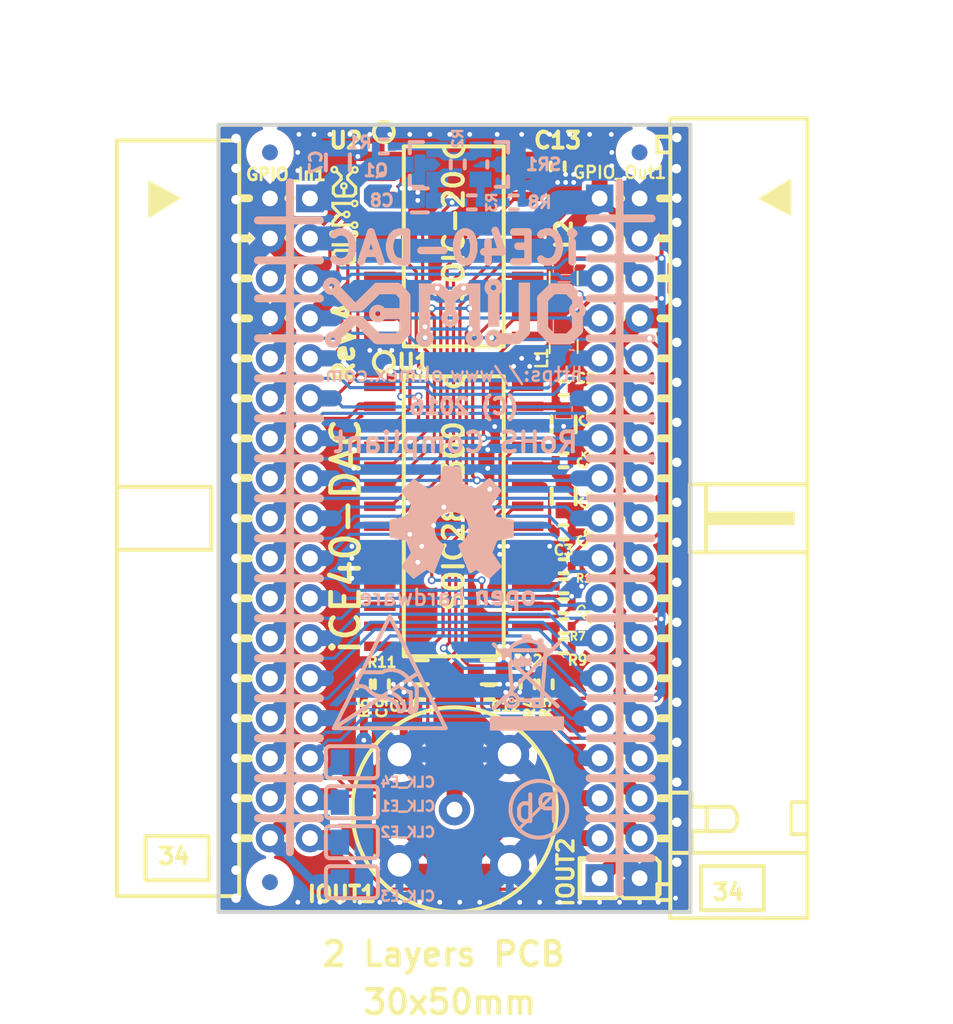
<source format=kicad_pcb>
(kicad_pcb (version 20221018) (generator pcbnew)
  (title_block (title "ICE40-DAC") (date "2021-02-19") (rev "A1") (company "OLimeX LTD"))
  (layers (0 "F.Cu" signal) (31 "B.Cu" signal) (34 "B.Paste" user) (35 "F.Paste" user) (36 "B.SilkS" user "B.Silkscreen") (37 "F.SilkS" user "F.Silkscreen") (38 "B.Mask" user) (39 "F.Mask" user) (44 "Edge.Cuts" user))
  (net 0 "")
  (net 1 "GND")
  (net 2 "+5V")
  (net 3 "+3V3")
  (net 4 "/EXTCLK")
  (net 5 "Net-(C1-Pad2)")
  (net 6 "Net-(Q1-Pad1)")
  (net 7 "Net-(C3-Pad1)")
  (net 8 "Net-(C3-Pad2)")
  (net 9 "Net-(C6-Pad1)")
  (net 10 "/EXTIO")
  (net 11 "Net-(C9-Pad1)")
  (net 12 "/IOUT1")
  (net 13 "/IOUT2")
  (net 14 "/DAC_CLK")
  (net 15 "/MODE")
  (net 16 "Net-(R3-Pad2)")
  (net 17 "Net-(R7-Pad1)")
  (net 18 "Net-(R10-Pad1)")
  (net 19 "Net-(U1-Pad1)")
  (net 20 "Net-(U1-Pad2)")
  (net 21 "Net-(U1-Pad3)")
  (net 22 "Net-(U1-Pad4)")
  (net 23 "Net-(U1-Pad5)")
  (net 24 "Net-(U1-Pad6)")
  (net 25 "Net-(U1-Pad7)")
  (net 26 "Net-(U1-Pad8)")
  (net 27 "Net-(U1-Pad9)")
  (net 28 "Net-(U1-Pad10)")
  (net 29 "Net-(U1-Pad11)")
  (net 30 "Net-(U1-Pad12)")
  (net 31 "Net-(U1-Pad13)")
  (net 32 "Net-(U1-Pad14)")
  (net 33 "/GPIO_Pin<31>")
  (net 34 "/GPIO_Pin<33>")
  (net 35 "/GPIO_Pin<34>")
  (net 36 "/GPIO_Pin<32>")
  (net 37 "/DAC_D0")
  (net 38 "/DAC_D1")
  (net 39 "/DAC_D2")
  (net 40 "/GPIO_Pin<10>")
  (net 41 "/GPIO_Pin<12>")
  (net 42 "/DAC_D3")
  (net 43 "/GPIO_Pin<14>")
  (net 44 "/DAC_D4")
  (net 45 "/GPIO_Pin<16>")
  (net 46 "/DAC_D5")
  (net 47 "/GPIO_Pin<18>")
  (net 48 "/DAC_D6")
  (net 49 "/GPIO_Pin<20>")
  (net 50 "/DAC_D7")
  (net 51 "/GPIO_Pin<26>")
  (net 52 "/GPIO_Pin<25>")
  (net 53 "/GPIO_Pin<29>")
  (net 54 "/GPIO_Pin<28>")
  (net 55 "/GPIO_Pin<30>")
  (net 56 "/GPIO_Pin<27>")
  (net 57 "/GPIO_Pin<22>")
  (net 58 "/GPIO_Pin<24>")
  (net 59 "/GPIO_Pin<23>")
  (net 60 "/GPIO_Pin<21>")
  (footprint "OLIMEX_RLC-FP:C_0603_5MIL_DWS" (layer "F.Cu") (at 146.939 89.027 90)
    (fp_text reference "C1")
    (fp_text value "22uF/6.3V/0603")
  )
  (footprint "OLIMEX_RLC-FP:C_0402_5MIL_DWS" (layer "F.Cu") (at 142.24 106.045 180)
    (fp_text reference "C12")
    (fp_text value "NA")
  )
  (footprint "OLIMEX_RLC-FP:R_0402_5MIL_DWS" (layer "F.Cu") (at 144.653 105.537 90)
    (fp_text reference "R4")
    (fp_text value "10k")
  )
  (footprint "OLIMEX_RLC-FP:R_0402_5MIL_DWS" (layer "F.Cu") (at 145.796 105.537 90)
    (fp_text reference "R5")
    (fp_text value "NA")
  )
  (footprint "OLIMEX_RLC-FP:R_0402_5MIL_DWS" (layer "F.Cu") (at 134.239 105.537 90)
    (fp_text reference "R6")
    (fp_text value "22R")
  )
  (footprint "OLIMEX_RLC-FP:R_0402_5MIL_DWS" (layer "F.Cu") (at 146.939 101.854)
    (fp_text reference "R7")
    (fp_text value "NA")
  )
  (footprint "OLIMEX_RLC-FP:R_0402_5MIL_DWS" (layer "F.Cu") (at 146.939 103.124)
    (fp_text reference "R9")
    (fp_text value "0R")
  )
  (footprint "OLIMEX_RLC-FP:C_0402_5MIL_DWS" (layer "F.Cu") (at 146.939 86.741 180)
    (fp_text reference "C2")
    (fp_text value "100nF")
  )
  (footprint "OLIMEX_RLC-FP:C_0603_5MIL_DWS" (layer "F.Cu") (at 146.939 93.599 90)
    (fp_text reference "C4")
    (fp_text value "22uF/6.3V/0603")
  )
  (footprint "OLIMEX_RLC-FP:C_0402_5MIL_DWS" (layer "F.Cu") (at 146.939 91.313 180)
    (fp_text reference "C5")
    (fp_text value "100nF")
  )
  (footprint "OLIMEX_RLC-FP:C_0402_5MIL_DWS" (layer "F.Cu") (at 146.939 95.885)
    (fp_text reference "C6")
    (fp_text value "100nF")
  )
  (footprint "OLIMEX_RLC-FP:C_0402_5MIL_DWS" (layer "F.Cu") (at 146.939 100.584)
    (fp_text reference "C10")
    (fp_text value "100nF")
  )
  (footprint "OLIMEX_Connectors-FP:IDC34R_PCB" (layer "F.Cu") (at 129.54 94.996 90)
    (fp_text reference "GPIO_In1")
    (fp_text value "IDC34R")
  )
  (footprint "OLIMEX_Connectors-FP:BH34R" (layer "F.Cu") (at 150.495 94.996 -90)
    (fp_text reference "GPIO_Out1")
    (fp_text value "BH34R")
  )
  (footprint "OLIMEX_RLC-FP:L_0805_5MIL_DWS" (layer "F.Cu") (at 146.939 84.074 90)
    (fp_text reference "L1")
    (fp_text value "FB0805/600R/2A")
  )
  (footprint "OLIMEX_RLC-FP:R_0603_5MIL_DWS" (layer "F.Cu") (at 137.795 104.775 180)
    (fp_text reference "R11")
    (fp_text value "49.9R/1%")
  )
  (footprint "OLIMEX_RLC-FP:R_0603_5MIL_DWS" (layer "F.Cu") (at 142.24 104.775)
    (fp_text reference "R12")
    (fp_text value "49.9R/1%")
  )
  (footprint "OLIMEX_RLC-FP:C_0402_5MIL_DWS" (layer "F.Cu") (at 146.939 98.044)
    (fp_text reference "C3")
    (fp_text value "100nF")
  )
  (footprint "OLIMEX_RLC-FP:C_0402_5MIL_DWS" (layer "F.Cu") (at 135.382 105.537 -90)
    (fp_text reference "C9")
    (fp_text value "NA")
  )
  (footprint "OLIMEX_RLC-FP:C_0402_5MIL_DWS" (layer "F.Cu") (at 137.795 106.045)
    (fp_text reference "C11")
    (fp_text value "NA")
  )
  (footprint "OLIMEX_Connectors-FP:BNC-JD11-50-LF_1-IN_2-GND" (layer "F.Cu") (at 140 113.5)
    (fp_text reference "IOUT1")
    (fp_text value "BNC-JD11-50-LF")
  )
  (footprint "OLIMEX_RLC-FP:L_0805_5MIL_DWS" (layer "F.Cu") (at 146.939 79.756 -90)
    (fp_text reference "L2")
    (fp_text value "FB0805/600R/2A")
  )
  (footprint "OLIMEX_IC-FP:SOIC28-300" (layer "F.Cu") (at 139.954 94.869 -90)
    (fp_text reference "U1")
    (fp_text value "THS5641AIDW(SOIC28)")
  )
  (footprint "OLIMEX_RLC-FP:R_0402_5MIL_DWS" (layer "F.Cu") (at 146.939 99.314)
    (fp_text reference "R10")
    (fp_text value "2k/1%")
  )
  (footprint "OLIMEX_RLC-FP:C_0402_5MIL_DWS" (layer "F.Cu") (at 146.558 72.644 -90)
    (fp_text reference "C13")
    (fp_text value "100nF")
  )
  (footprint "OLIMEX_IC-FP:SOIC20_300mil" (layer "F.Cu") (at 139.954 77.724 -90)
    (fp_text reference "U2")
    (fp_text value "SN74ACT244DWR(SOIC-20)")
  )
  (footprint "OLIMEX_Connectors-FP:HN1x2" (layer "F.Cu") (at 150.495 117.856)
    (fp_text reference "IOUT2")
    (fp_text value "NA(HN1x2)")
  )
  (footprint "OLIMEX_Other-FP:Fiducial1x3" (layer "F.Cu") (at 128.27 118.11)
    (fp_text reference "")
    (fp_text value "")
  )
  (footprint "OLIMEX_Other-FP:Fiducial1x3" (layer "F.Cu") (at 128.27 71.755)
    (fp_text reference "")
    (fp_text value "")
  )
  (footprint "OLIMEX_Other-FP:Fiducial1x3" (layer "F.Cu") (at 151.765 71.755)
    (fp_text reference "")
    (fp_text value "")
  )
  (footprint "OLIMEX_LOGOs-FP:OLIMEX_LOGO_SMALL_TB" (layer "F.Cu") (at 132.969 75.819 90)
    (fp_text reference "")
    (fp_text value "")
  )
  (footprint "OLIMEX_RLC-FP:C_0603_5MIL_DWS" (layer "B.Cu") (at 137.795 74.803)
    (fp_text reference "C8")
    (fp_text value "NA(22uF/6.3V/0603)")
  )
  (footprint "OLIMEX_RLC-FP:R_0402_5MIL_DWS" (layer "B.Cu") (at 135.509 71.374 180)
    (fp_text reference "R1")
    (fp_text value "NA")
  )
  (footprint "OLIMEX_RLC-FP:R_0402_5MIL_DWS" (layer "B.Cu") (at 140.208 72.517 -90)
    (fp_text reference "R2")
    (fp_text value "NA")
  )
  (footprint "OLIMEX_RLC-FP:R_0402_5MIL_DWS" (layer "B.Cu") (at 141.097 74.93)
    (fp_text reference "R3")
    (fp_text value "NA")
  )
  (footprint "OLIMEX_RLC-FP:R_0402_5MIL_DWS" (layer "B.Cu") (at 143.764 74.93)
    (fp_text reference "R8")
    (fp_text value "NA")
  )
  (footprint "OLIMEX_Transistors-FP:SOT23" (layer "B.Cu") (at 137.795 72.517)
    (fp_text reference "Q1")
    (fp_text value "NA(BC817-40(SOT-23))")
  )
  (footprint "OLIMEX_IC-FP:SOT-23" (layer "B.Cu") (at 142.748 72.517 180)
    (fp_text reference "SR1")
    (fp_text value "NA(TLV431BSN1T1G(SOT23-3))")
  )
  (footprint "OLIMEX_Jumpers-FP:SJ" (layer "B.Cu") (at 133.477 113.03 180)
    (fp_text reference "CLK_E1")
    (fp_text value "Soldered")
  )
  (footprint "OLIMEX_Jumpers-FP:SJ" (layer "B.Cu") (at 133.477 115.57 180)
    (fp_text reference "CLK_E2")
    (fp_text value "Opened")
  )
  (footprint "OLIMEX_Jumpers-FP:SJ" (layer "B.Cu") (at 133.477 118.11 180)
    (fp_text reference "CLK_E3")
    (fp_text value "Opened")
  )
  (footprint "OLIMEX_Jumpers-FP:SJ" (layer "B.Cu") (at 133.477 110.49 180)
    (fp_text reference "CLK_E4")
    (fp_text value "Opened")
  )
  (footprint "OLIMEX_Other-FP:Fiducial1x3" (layer "B.Cu") (at 128.27 71.755)
    (fp_text reference "")
    (fp_text value "")
  )
  (footprint "OLIMEX_Other-FP:Fiducial1x3" (layer "B.Cu") (at 151.765 71.755)
    (fp_text reference "")
    (fp_text value "")
  )
  (footprint "OLIMEX_Other-FP:Fiducial1x3" (layer "B.Cu") (at 128.27 118.11)
    (fp_text reference "")
    (fp_text value "")
  )
  (footprint "OLIMEX_LOGOs-FP:LOGO_OPENHARDWARE_8x8" (layer "B.Cu") (at 139.827 95.758 180)
    (fp_text reference "" hide)
    (fp_text value "" hide)
  )
  (footprint "OLIMEX_LOGOs-FP:LOGO_PBFREE" (layer "B.Cu") (at 145.161 113.792 180)
    (fp_text reference "")
    (fp_text value "")
  )
  (footprint "OLIMEX_LOGOs-FP:OLIMEX_LOGO_TB" (layer "B.Cu") (at 139.827 81.915 180)
    (fp_text reference "" hide)
    (fp_text value "" hide)
  )
  (footprint "OLIMEX_LOGOs-FP:LOGO_ANTISTATIC_1" (layer "B.Cu") (at 139.446 108.331 180)
    (fp_text reference "Ref**" hide)
    (fp_text value "Val**" hide)
  )
  (footprint "OLIMEX_LOGOs-FP:LOGO_RECYCLEBIN_1" (layer "B.Cu") (at 146.939 108.458 180)
    (fp_text reference "" hide)
    (fp_text value "" hide)
  )
  (footprint "OLIMEX_RLC-FP:C_0603_5MIL_DWS" (layer "B.Cu") (at 132.588 72.39 -90)
    (fp_text reference "C7")
    (fp_text value "NA(22uF/6.3V/0603)")
  )
  (gr_line (start 127.508 111.506) (end 131.445 111.506) (stroke (width 0.508)) (layer "B.SilkS"))
  (gr_line (start 127.508 108.966) (end 131.445 108.966) (stroke (width 0.508)) (layer "B.SilkS"))
  (gr_line (start 127.508 106.426) (end 131.445 106.426) (stroke (width 0.508)) (layer "B.SilkS"))
  (gr_line (start 127.508 103.886) (end 131.445 103.886) (stroke (width 0.508)) (layer "B.SilkS"))
  (gr_line (start 127.508 101.346) (end 131.445 101.346) (stroke (width 0.508)) (layer "B.SilkS"))
  (gr_line (start 127.508 98.806) (end 131.445 98.806) (stroke (width 0.508)) (layer "B.SilkS"))
  (gr_line (start 127.508 96.266) (end 131.445 96.266) (stroke (width 0.508)) (layer "B.SilkS"))
  (gr_line (start 127.508 93.726) (end 131.445 93.726) (stroke (width 0.508)) (layer "B.SilkS"))
  (gr_line (start 127.508 91.186) (end 131.445 91.186) (stroke (width 0.508)) (layer "B.SilkS"))
  (gr_line (start 127.508 88.646) (end 131.445 88.646) (stroke (width 0.508)) (layer "B.SilkS"))
  (gr_line (start 127.508 86.106) (end 131.445 86.106) (stroke (width 0.508)) (layer "B.SilkS"))
  (gr_line (start 127.508 83.566) (end 131.445 83.566) (stroke (width 0.508)) (layer "B.SilkS"))
  (gr_line (start 127.508 81.026) (end 131.445 81.026) (stroke (width 0.508)) (layer "B.SilkS"))
  (gr_line (start 127.508 78.613) (end 131.445 78.613) (stroke (width 0.508)) (layer "B.SilkS"))
  (gr_line (start 127.508 76.073) (end 131.445 76.073) (stroke (width 0.508)) (layer "B.SilkS"))
  (gr_line (start 148.59 114.046) (end 152.527 114.046) (stroke (width 0.508)) (layer "B.SilkS"))
  (gr_line (start 148.59 116.586) (end 152.527 116.586) (stroke (width 0.508)) (layer "B.SilkS"))
  (gr_line (start 148.59 111.506) (end 152.527 111.506) (stroke (width 0.508)) (layer "B.SilkS"))
  (gr_line (start 148.59 108.966) (end 152.527 108.966) (stroke (width 0.508)) (layer "B.SilkS"))
  (gr_line (start 148.59 106.426) (end 152.527 106.426) (stroke (width 0.508)) (layer "B.SilkS"))
  (gr_line (start 148.59 103.886) (end 152.527 103.886) (stroke (width 0.508)) (layer "B.SilkS"))
  (gr_line (start 148.59 101.346) (end 152.527 101.346) (stroke (width 0.508)) (layer "B.SilkS"))
  (gr_line (start 148.59 98.806) (end 152.527 98.806) (stroke (width 0.508)) (layer "B.SilkS"))
  (gr_line (start 148.59 96.266) (end 152.527 96.266) (stroke (width 0.508)) (layer "B.SilkS"))
  (gr_line (start 148.59 93.726) (end 152.527 93.726) (stroke (width 0.508)) (layer "B.SilkS"))
  (gr_line (start 148.59 91.186) (end 152.527 91.186) (stroke (width 0.508)) (layer "B.SilkS"))
  (gr_line (start 148.59 88.646) (end 152.527 88.646) (stroke (width 0.508)) (layer "B.SilkS"))
  (gr_line (start 148.59 86.106) (end 152.527 86.106) (stroke (width 0.508)) (layer "B.SilkS"))
  (gr_line (start 148.59 83.566) (end 152.527 83.566) (stroke (width 0.508)) (layer "B.SilkS"))
  (gr_line (start 148.59 81.026) (end 152.527 81.026) (stroke (width 0.508)) (layer "B.SilkS"))
  (gr_line (start 148.59 78.486) (end 152.527 78.486) (stroke (width 0.508)) (layer "B.SilkS"))
  (gr_line (start 148.59 75.946) (end 152.527 75.946) (stroke (width 0.508)) (layer "B.SilkS"))
  (gr_line (start 127.508 114.046) (end 131.445 114.046) (stroke (width 0.508)) (layer "B.SilkS"))
  (gr_line (start 150.495 118.745) (end 150.495 73.66) (stroke (width 0.508)) (layer "B.SilkS"))
  (gr_line (start 129.54 73.66) (end 129.54 116.205) (stroke (width 0.508)) (layer "B.SilkS"))
  (gr_line (start 142.748 103.378) (end 142.748 103.759) (stroke (width 0.254)) (layer "F.SilkS"))
  (gr_line (start 142.875 103.378) (end 142.875 103.759) (stroke (width 0.254)) (layer "F.SilkS"))
  (gr_line (start 143.129 83.693) (end 142.748 83.693) (stroke (width 0.254)) (layer "F.SilkS"))
  (gr_line (start 143.129 103.378) (end 142.748 103.378) (stroke (width 0.254)) (layer "F.SilkS"))
  (gr_line (start 142.748 83.693) (end 142.748 84.074) (stroke (width 0.254)) (layer "F.SilkS"))
  (gr_line (start 142.875 83.947) (end 142.875 84.074) (stroke (width 0.254)) (layer "F.SilkS"))
  (gr_line (start 142.875 83.693) (end 142.875 83.947) (stroke (width 0.254)) (layer "F.SilkS"))
  (gr_line (start 125 70) (end 155 70) (stroke (width 0.254)) (layer "Edge.Cuts"))
  (gr_line (start 125 120) (end 125 70) (stroke (width 0.254)) (layer "Edge.Cuts"))
  (gr_line (start 155 70) (end 155 120) (stroke (width 0.254)) (layer "Edge.Cuts"))
  (gr_line (start 155 120) (end 125 120) (stroke (width 0.254)) (layer "Edge.Cuts"))
  (gr_text "iCE40-DAC" (at 139.954 77.851) (layer "B.SilkS") (effects (font (size 1.905 1.905) (thickness 0.47625)) (justify mirror)))
  (gr_text "RoHS Compliant" (at 140.081 90.17) (layer "B.SilkS") (effects (font (size 1.27 1.27) (thickness 0.254)) (justify mirror)))
  (gr_text "https://www.olimex.com" (at 139.954 85.852) (layer "B.SilkS") (effects (font (size 0.889 0.889) (thickness 0.15875)) (justify mirror)))
  (gr_text "(C) 2016" (at 140.589 87.884) (layer "B.SilkS") (effects (font (size 1 1) (thickness 0.25)) (justify mirror)))
  (gr_text "Rev.A" (at 132.969 83.82 90) (layer "F.SilkS") (effects (font (size 1.27 1.27) (thickness 0.3))))
  (gr_text "30x50mm" (at 139.7 125.73) (layer "F.SilkS") (effects (font (size 1.5 1.5) (thickness 0.3))))
  (gr_text "iCE40-DAC" (at 133.096 96.139 90) (layer "F.SilkS") (effects (font (size 1.778 1.778) (thickness 0.3))))
  (gr_text "2 Layers PCB" (at 139.319 122.682) (layer "F.SilkS") (effects (font (size 1.5 1.5) (thickness 0.3))))
  (segment (start 128.27 74.422) (end 128.27 74.676) (width 0.508) (layer "F.Cu") (net 1))
  (segment (start 146.431 73.279) (end 146.558 73.152) (width 0.508) (layer "F.Cu") (net 1))
  (segment (start 148.59 86.106) (end 150.114 86.106) (width 0.254) (layer "F.Cu") (net 1))
  (segment (start 150.114 86.106) (end 150.495 85.725) (width 0.254) (layer "F.Cu") (net 1))
  (segment (start 150.495 83.566) (end 150.495 85.725) (width 0.254) (layer "F.Cu") (net 1))
  (segment (start 146.177 89.154) (end 144.653 89.154) (width 0.508) (layer "F.Cu") (net 1))
  (segment (start 147.447 94.996) (end 147.447 95.885) (width 0.508) (layer "F.Cu") (net 1))
  (segment (start 147.447 96.393) (end 147.066 96.774) (width 0.508) (layer "F.Cu") (net 1))
  (segment (start 146.05 104.14) (end 147.193 104.14) (width 0.508) (layer "F.Cu") (net 1))
  (segment (start 147.193 104.14) (end 147.447 103.886) (width 0.508) (layer "F.Cu") (net 1))
  (segment (start 147.447 103.886) (end 147.447 103.124) (width 0.508) (layer "F.Cu") (net 1))
  (segment (start 133.477 98.171) (end 133.477 98.806) (width 0.508) (layer "F.Cu") (net 1))
  (segment (start 142.875815 101.473815) (end 142.875 101.473) (width 0.2032) (layer "F.Cu") (net 1))
  (segment (start 143.891 106.045) (end 143.256 106.045) (width 0.508) (layer "F.Cu") (net 1))
  (segment (start 143.100432 101.249199) (end 142.875815 101.473815) (width 0.2032) (layer "F.Cu") (net 1))
  (segment (start 143.383 105.537) (end 143.383 105.918) (width 0.508) (layer "F.Cu") (net 1))
  (segment (start 142.24 93.146237) (end 142.24 93.091) (width 0.508) (layer "F.Cu") (net 1))
  (segment (start 147.994799 87.669799) (end 147.994799 88.733201) (width 0.254) (layer "F.Cu") (net 1))
  (segment (start 135.254 83.439) (end 135.254 84.327) (width 0.508) (layer "F.Cu") (net 1))
  (segment (start 142.875 97.282) (end 146.207451 97.282) (width 0.508) (layer "F.Cu") (net 1))
  (segment (start 152.659837 103.886) (end 152.913837 104.14) (width 0.2032) (layer "F.Cu") (net 1))
  (segment (start 142.875 97.282) (end 143.383 96.774) (width 0.508) (layer "F.Cu") (net 1))
  (segment (start 135.254 83.439) (end 134.62 83.439) (width 0.508) (layer "F.Cu") (net 1))
  (segment (start 133.858 71.655447) (end 133.858 71.374) (width 0.508) (layer "F.Cu") (net 1))
  (segment (start 147.447 87.122) (end 147.994799 87.669799) (width 0.254) (layer "F.Cu") (net 1))
  (segment (start 135.382 106.045) (end 135.89 106.045) (width 0.508) (layer "F.Cu") (net 1))
  (segment (start 146.939 89.154) (end 146.939 89.916) (width 0.508) (layer "F.Cu") (net 1))
  (segment (start 147.447 100.609) (end 146.806801 101.249199) (width 0.2032) (layer "F.Cu") (net 1))
  (segment (start 146.426612 97.062839) (end 146.426612 96.778388) (width 0.508) (layer "F.Cu") (net 1))
  (segment (start 133.48664 96.236081) (end 133.48664 96.76436) (width 0.508) (layer "F.Cu") (net 1))
  (segment (start 137.922 96.774) (end 137.910991 96.785009) (width 0.508) (layer "F.Cu") (net 1))
  (segment (start 137.910991 96.785009) (end 137.910991 97.547009) (width 0.508) (layer "F.Cu") (net 1))
  (segment (start 143.383 103.124) (end 142.875 103.124) (width 0.508) (layer "F.Cu") (net 1))
  (segment (start 137.922 96.266) (end 138.684 95.45719) (width 0.508) (layer "F.Cu") (net 1))
  (segment (start 142.875 105.918) (end 142.748 106.045) (width 0.508) (layer "F.Cu") (net 1))
  (segment (start 147.942526 89.154) (end 147.942526 89.189816) (width 0.508) (layer "F.Cu") (net 1))
  (segment (start 144.018 103.759) (end 144.018 103.124) (width 0.508) (layer "F.Cu") (net 1))
  (segment (start 136.779 109.721) (end 136.5 110) (width 0.508) (layer "F.Cu") (net 1))
  (segment (start 143.17147 99.949) (end 142.875 99.65253) (width 0.2032) (layer "F.Cu") (net 1))
  (segment (start 147.447 99.256358) (end 146.869642 98.679) (width 0.2032) (layer "F.Cu") (net 1))
  (segment (start 136.779 106.045) (end 136.398 106.045) (width 0.508) (layer "F.Cu") (net 1))
  (segment (start 142.748 106.045) (end 143.256 106.045) (width 0.508) (layer "F.Cu") (net 1))
  (segment (start 136.906 104.775) (end 137.16 105.029) (width 0.508) (layer "F.Cu") (net 1))
  (segment (start 144.653 103.124) (end 145.034 103.124) (width 0.508) (layer "F.Cu") (net 1))
  (segment (start 143.383 105.029) (end 143.383 105.537) (width 0.508) (layer "F.Cu") (net 1))
  (segment (start 142.875 105.537) (end 142.875 105.918) (width 0.508) (layer "F.Cu") (net 1))
  (segment (start 147.828 90.932) (end 147.447 91.313) (width 0.508) (layer "F.Cu") (net 1))
  (segment (start 144.272 84.836) (end 143.764 85.344) (width 0.2032) (layer "F.Cu") (net 1))
  (segment (start 144.653 89.154) (end 143.953 89.154) (width 0.508) (layer "F.Cu") (net 1))
  (segment (start 147.447 99.314) (end 147.447 99.167851) (width 0.2032) (layer "F.Cu") (net 1))
  (segment (start 147.447 100.584) (end 147.447 100.609) (width 0.2032) (layer "F.Cu") (net 1))
  (segment (start 142.875 99.65253) (end 142.875 98.679) (width 0.2032) (layer "F.Cu") (net 1))
  (segment (start 148.02217 85.91183) (end 148.39583 85.91183) (width 0.254) (layer "F.Cu") (net 1))
  (segment (start 136.114201 105.537) (end 136.144 105.537) (width 0.508) (layer "F.Cu") (net 1))
  (segment (start 148.082 99.314) (end 147.447 99.314) (width 0.508) (layer "F.Cu") (net 1))
  (segment (start 144.018 103.759) (end 143.383 103.759) (width 0.508) (layer "F.Cu") (net 1))
  (segment (start 142.875 105.029) (end 142.875 105.537) (width 0.508) (layer "F.Cu") (net 1))
  (segment (start 142.554864 89.51932) (end 142.554864 89.165767) (width 0.508) (layer "F.Cu") (net 1))
  (segment (start 136.114201 105.537) (end 135.606201 106.045) (width 0.508) (layer "F.Cu") (net 1))
  (segment (start 147.955 86.741) (end 148.59 86.106) (width 0.254) (layer "F.Cu") (net 1))
  (segment (start 147.447 99.949) (end 147.447 100.584) (width 0.508) (layer "F.Cu") (net 1))
  (segment (start 147.066 73.152) (end 147.066 73.66) (width 0.508) (layer "F.Cu") (net 1))
  (segment (start 133.477 96.774) (end 133.477 97.536) (width 0.508) (layer "F.Cu") (net 1))
  (segment (start 146.939 89.916) (end 146.177 89.154) (width 0.508) (layer "F.Cu") (net 1))
  (segment (start 154.130926 82.289512) (end 154.130926 81.28) (width 1.016) (layer "F.Cu") (net 1))
  (segment (start 147.447 99.949) (end 143.17147 99.949) (width 0.2032) (layer "F.Cu") (net 1))
  (segment (start 133.604 91.821) (end 133.604 90.621934) (width 0.508) (layer "F.Cu") (net 1))
  (segment (start 146.426612 96.778388) (end 146.431 96.774) (width 0.508) (layer "F.Cu") (net 1))
  (segment (start 147.994799 88.733201) (end 147.994799 89.101727) (width 0.508) (layer "F.Cu") (net 1))
  (segment (start 142.875 96.774) (end 142.875 97.282) (width 0.508) (layer "F.Cu") (net 1))
  (segment (start 133.48664 96.76436) (end 133.477 96.774) (width 0.508) (layer "F.Cu") (net 1))
  (segment (start 146.939 89.916) (end 146.923909 89.931091) (width 0.508) (layer "F.Cu") (net 1))
  (segment (start 133.604 91.821) (end 133.604 96.118721) (width 0.508) (layer "F.Cu") (net 1))
  (segment (start 144.654 73.279) (end 143.146 73.279) (width 0.508) (layer "F.Cu") (net 1))
  (segment (start 146.939 94.488) (end 147.447 94.996) (width 0.508) (layer "F.Cu") (net 1))
  (segment (start 147.447 86.741) (end 147.955 86.741) (width 0.508) (layer "F.Cu") (net 1))
  (segment (start 147.066 73.66) (end 147.574 73.66) (width 0.508) (layer "F.Cu") (net 1))
  (segment (start 146.05 96.774) (end 144.653 96.774) (width 0.508) (layer "F.Cu") (net 1))
  (segment (start 137.16 105.918) (end 137.287 106.045) (width 0.508) (layer "F.Cu") (net 1))
  (segment (start 142.113 90.63119) (end 142.113 90.678) (width 0.508) (layer "F.Cu") (net 1))
  (segment (start 133.604 90.621934) (end 133.605891 90.620043) (width 0.508) (layer "F.Cu") (net 1))
  (segment (start 144.653 103.124) (end 143.383 103.124) (width 0.508) (layer "F.Cu") (net 1))
  (segment (start 133.604 96.118721) (end 133.48664 96.236081) (width 0.508) (layer "F.Cu") (net 1))
  (segment (start 147.942526 89.189816) (end 147.828 89.304342) (width 0.508) (layer "F.Cu") (net 1))
  (segment (start 143.129 104.775) (end 143.383 104.521) (width 0.508) (layer "F.Cu") (net 1))
  (segment (start 142.113 90.678) (end 142.113 91.821) (width 0.508) (layer "F.Cu") (net 1))
  (segment (start 148.102379 99.314) (end 148.57058 98.845799) (width 0.254) (layer "F.Cu") (net 1))
  (segment (start 137.922 96.774) (end 137.922 96.266) (width 0.508) (layer "F.Cu") (net 1))
  (segment (start 143.383 104.013) (end 143.383 103.96619) (width 0.508) (layer "F.Cu") (net 1))
  (segment (start 133.858 71.374) (end 133.858 71.117839) (width 0.508) (layer "F.Cu") (net 1))
  (segment (start 136.652 105.029) (end 136.652 105.537) (width 0.508) (layer "F.Cu") (net 1))
  (segment (start 152.913837 104.14) (end 154.130926 104.14) (width 0.2032) (layer "F.Cu") (net 1))
  (segment (start 151.765 82.296) (end 150.622 83.439) (width 1.016) (layer "F.Cu") (net 1))
  (segment (start 142.113 91.821) (end 142.113 92.230579) (width 0.508) (layer "F.Cu") (net 1))
  (segment (start 135.89 106.045) (end 136.398 106.045) (width 0.508) (layer "F.Cu") (net 1))
  (segment (start 153.209619 98.845799) (end 153.42382 99.06) (width 0.254) (layer "F.Cu") (net 1))
  (segment (start 142.927224 117.572776) (end 143.5 117) (width 1.27) (layer "F.Cu") (net 1))
  (segment (start 142.554864 90.189326) (end 142.554864 89.51932) (width 0.508) (layer "F.Cu") (net 1))
  (segment (start 142.554864 88.812214) (end 142.554864 89.165767) (width 0.508) (layer "F.Cu") (net 1))
  (segment (start 145.669 103.759) (end 146.05 104.14) (width 0.508) (layer "F.Cu") (net 1))
  (segment (start 142.554864 86.553136) (end 142.554864 88.812214) (width 0.508) (layer "F.Cu") (net 1))
  (segment (start 136.144 105.537) (end 136.906 104.775) (width 0.508) (layer "F.Cu") (net 1))
  (segment (start 136.016 84.327) (end 136.017 84.328) (width 0.508) (layer "F.Cu") (net 1))
  (segment (start 136.906 104.775) (end 136.652 105.029) (width 0.508) (layer "F.Cu") (net 1))
  (segment (start 135.254 84.327) (end 136.016 84.327) (width 0.508) (layer "F.Cu") (net 1))
  (segment (start 136.114201 105.820799) (end 135.89 106.045) (width 0.508) (layer "F.Cu") (net 1))
  (segment (start 142.875 98.679) (end 142.875 97.635553) (width 0.2032) (layer "F.Cu") (net 1))
  (segment (start 144.399 106.045) (end 144.653 106.045) (width 0.508) (layer "F.Cu") (net 1))
  (segment (start 144.145 106.045) (end 143.891 106.045) (width 0.508) (layer "F.Cu") (net 1))
  (segment (start 133.858 71.117839) (end 133.35 70.609839) (width 0.508) (layer "F.Cu") (net 1))
  (segment (start 142.875 104.521) (end 142.875 103.96619) (width 0.508) (layer "F.Cu") (net 1))
  (segment (start 142.875 97.635553) (end 142.875 97.282) (width 0.2032) (layer "F.Cu") (net 1))
  (segment (start 144.653 96.774) (end 143.383 96.774) (width 0.508) (layer "F.Cu") (net 1))
  (segment (start 142.875 103.96619) (end 142.875 103.124) (width 0.508) (layer "F.Cu") (net 1))
  (segment (start 146.558 73.152) (end 146.558 73.66) (width 0.508) (layer "F.Cu") (net 1))
  (segment (start 144.653 103.759) (end 145.669 103.759) (width 0.508) (layer "F.Cu") (net 1))
  (segment (start 143.129 104.775) (end 142.875 104.521) (width 0.508) (layer "F.Cu") (net 1))
  (segment (start 147.447 95.885) (end 147.447 96.266) (width 0.508) (layer "F.Cu") (net 1))
  (segment (start 146.558 73.152) (end 147.066 73.152) (width 0.508) (layer "F.Cu") (net 1))
  (segment (start 133.477 97.536) (end 133.477 98.171) (width 0.508) (layer "F.Cu") (net 1))
  (segment (start 148.276781 98.552) (end 148.57058 98.845799) (width 0.2032) (layer "F.Cu") (net 1))
  (segment (start 146.923909 90.333986) (end 147.447 90.857077) (width 0.508) (layer "F.Cu") (net 1))
  (segment (start 147.447 103.886) (end 152.659837 103.886) (width 0.2032) (layer "F.Cu") (net 1))
  (segment (start 147.066 96.774) (end 146.431 96.774) (width 0.508) (layer "F.Cu") (net 1))
  (segment (start 143.383 103.96619) (end 143.383 103.759) (width 0.508) (layer "F.Cu") (net 1))
  (segment (start 137.910991 97.547009) (end 137.672001 97.785999) (width 0.508) (layer "F.Cu") (net 1))
  (segment (start 147.828 89.304342) (end 147.828 90.932) (width 0.508) (layer "F.Cu") (net 1))
  (segment (start 146.530553 89.154) (end 146.939 89.154) (width 0.508) (layer "F.Cu") (net 1))
  (segment (start 144.653 103.124) (end 144.653 103.759) (width 0.508) (layer "F.Cu") (net 1))
  (segment (start 136.114201 105.537) (end 136.114201 105.820799) (width 0.508) (layer "F.Cu") (net 1))
  (segment (start 145.288 84.836) (end 144.78 85.344) (width 0.2032) (layer "F.Cu") (net 1))
  (segment (start 142.875 101.473) (end 142.875 103.124) (width 0.2032) (layer "F.Cu") (net 1))
  (segment (start 137.16 72.407) (end 136.762 72.009) (width 0.508) (layer "F.Cu") (net 1))
  (segment (start 143.383 105.918) (end 143.256 106.045) (width 0.508) (layer "F.Cu") (net 1))
  (segment (start 145.958801 74.259199) (end 145.958801 84.165199) (width 0.2032) (layer "F.Cu") (net 1))
  (segment (start 147.447 90.857077) (end 147.447 91.313) (width 0.508) (layer "F.Cu") (net 1))
  (segment (start 135.254 72.009) (end 134.493 72.009) (width 0.508) (layer "F.Cu") (net 1))
  (segment (start 154.124438 82.296) (end 154.130926 82.289512) (width 0.508) (layer "F.Cu") (net 1))
  (segment (start 137.16 105.029) (end 137.16 105.537) (width 0.508) (layer "F.Cu") (net 1))
  (segment (start 137.072776 117.572776) (end 142.927224 117.572776) (width 1.27) (layer "F.Cu") (net 1))
  (segment (start 142.24 92.357579) (end 142.24 93.146237) (width 0.508) (layer "F.Cu") (net 1))
  (segment (start 147.942526 89.154) (end 147.447 89.154) (width 0.508) (layer "F.Cu") (net 1))
  (segment (start 145.034 103.124) (end 145.669 103.759) (width 0.508) (layer "F.Cu") (net 1))
  (segment (start 144.653 103.759) (end 144.018 103.759) (width 0.508) (layer "F.Cu") (net 1))
  (segment (start 143.383 105.537) (end 143.891 105.537) (width 0.508) (layer "F.Cu") (net 1))
  (segment (start 143.764 85.344) (end 142.554864 86.553136) (width 0.508) (layer "F.Cu") (net 1))
  (segment (start 144.78 85.344) (end 144.272 84.836) (width 0.2032) (layer "F.Cu") (net 1))
  (segment (start 136.652 105.537) (end 136.114201 105.537) (width 0.508) (layer "F.Cu") (net 1))
  (segment (start 143.146 73.279) (end 142.748 73.279) (width 0.508) (layer "F.Cu") (net 1))
  (segment (start 151.765 82.296) (end 153.114926 82.296) (width 1.27) (layer "F.Cu") (net 1))
  (segment (start 133.858 72.009) (end 133.858 71.655447) (width 0.508) (layer "F.Cu") (net 1))
  (segment (start 135.254 83.439) (end 135.98271 83.439) (width 0.508) (layer "F.Cu") (net 1))
  (segment (start 148.57058 98.845799) (end 153.209619 98.845799) (width 0.254) (layer "F.Cu") (net 1))
  (segment (start 153.42382 99.06) (end 154.130926 99.06) (width 0.254) (layer "F.Cu") (net 1))
  (segment (start 146.558 73.66) (end 145.958801 74.259199) (width 0.2032) (layer "F.Cu") (net 1))
  (segment (start 153.114926 82.296) (end 154.124438 82.296) (width 1.016) (layer "F.Cu") (net 1))
  (segment (start 147.066 73.152) (end 147.574 73.152) (width 0.508) (layer "F.Cu") (net 1))
  (segment (start 146.869642 98.679) (end 142.875 98.679) (width 0.2032) (layer "F.Cu") (net 1))
  (segment (start 133.393165 96.266) (end 132.08 96.266) (width 0.508) (layer "F.Cu") (net 1))
  (segment (start 154.130926 82.289512) (end 154.130926 83.82) (width 1.016) (layer "F.Cu") (net 1))
  (segment (start 135.606201 106.045) (end 135.382 106.045) (width 0.508) (layer "F.Cu") (net 1))
  (segment (start 134.493 72.009) (end 133.858 71.374) (width 0.508) (layer "F.Cu") (net 1))
  (segment (start 135.254 72.009) (end 133.858 72.009) (width 0.508) (layer "F.Cu") (net 1))
  (segment (start 145.958801 84.165199) (end 145.288 84.836) (width 0.2032) (layer "F.Cu") (net 1))
  (segment (start 136.779 106.045) (end 136.779 109.721) (width 0.508) (layer "F.Cu") (net 1))
  (segment (start 148.062851 98.552) (end 148.276781 98.552) (width 0.2032) (layer "F.Cu") (net 1))
  (segment (start 137.16 74.041) (end 137.16 72.407) (width 0.508) (layer "F.Cu") (net 1))
  (segment (start 136.762 72.009) (end 135.254 72.009) (width 0.508) (layer "F.Cu") (net 1))
  (segment (start 148.39583 85.91183) (end 148.59 86.106) (width 0.254) (layer "F.Cu") (net 1))
  (segment (start 147.447 99.314) (end 148.102379 99.314) (width 0.254) (layer "F.Cu") (net 1))
  (segment (start 150.622 83.439) (end 150.495 83.566) (width 1.016) (layer "F.Cu") (net 1))
  (segment (start 147.447 99.314) (end 147.447 99.256358) (width 0.2032) (layer "F.Cu") (net 1))
  (segment (start 147.574 73.66) (end 147.574 73.152) (width 0.508) (layer "F.Cu") (net 1))
  (segment (start 147.447 89.154) (end 147.447 91.313) (width 0.508) (layer "F.Cu") (net 1))
  (segment (start 144.653 106.045) (end 144.145 106.045) (width 0.508) (layer "F.Cu") (net 1))
  (segment (start 137.287 106.045) (end 136.779 106.045) (width 0.508) (layer "F.Cu") (net 1))
  (segment (start 133.477 96.349835) (end 133.393165 96.266) (width 0.508) (layer "F.Cu") (net 1))
  (segment (start 142.113 92.230579) (end 142.24 92.357579) (width 0.508) (layer "F.Cu") (net 1))
  (segment (start 147.447 99.314) (end 147.447 99.949) (width 0.508) (layer "F.Cu") (net 1))
  (segment (start 147.447 86.487) (end 148.02217 85.91183) (width 0.254) (layer "F.Cu") (net 1))
  (segment (start 146.431 96.774) (end 146.05 96.774) (width 0.508) (layer "F.Cu") (net 1))
  (segment (start 143.891 105.537) (end 143.891 106.045) (width 0.508) (layer "F.Cu") (net 1))
  (segment (start 147.447 86.741) (end 147.447 87.122) (width 0.254) (layer "F.Cu") (net 1))
  (segment (start 128.27 74.676) (end 128.27 77.216) (width 1.016) (layer "F.Cu") (net 1))
  (segment (start 136.5 117) (end 137.072776 117.572776) (width 1.27) (layer "F.Cu") (net 1))
  (segment (start 143.383 103.96619) (end 142.875 103.96619) (width 0.508) (layer "F.Cu") (net 1))
  (segment (start 127.381 96.266) (end 126.111 94.996) (width 0.2032) (layer "F.Cu") (net 1))
  (segment (start 143.129 104.775) (end 142.875 105.029) (width 0.508) (layer "F.Cu") (net 1))
  (segment (start 137.16 105.537) (end 137.16 105.918) (width 0.508) (layer "F.Cu") (net 1))
  (segment (start 146.177 89.154) (end 146.530553 89.154) (width 0.508) (layer "F.Cu") (net 1))
  (segment (start 147.066 73.66) (end 146.558 73.66) (width 0.508) (layer "F.Cu") (net 1))
  (segment (start 147.447 99.167851) (end 148.062851 98.552) (width 0.2032) (layer "F.Cu") (net 1))
  (segment (start 134.62 83.439) (end 134.62 84.328) (width 0.508) (layer "F.Cu") (net 1))
  (segment (start 132.08 96.266) (end 127.381 96.266) (width 0.2032) (layer "F.Cu") (net 1))
  (segment (start 136.652 105.537) (end 136.652 105.918) (width 0.508) (layer "F.Cu") (net 1))
  (segment (start 143.383 105.537) (end 142.875 105.537) (width 0.508) (layer "F.Cu") (net 1))
  (segment (start 143.383 96.774) (end 142.875 96.774) (width 0.508) (layer "F.Cu") (net 1))
  (segment (start 144.654 73.279) (end 146.431 73.279) (width 0.508) (layer "F.Cu") (net 1))
  (segment (start 136.017 83.47329) (end 136.017 84.328) (width 0.508) (layer "F.Cu") (net 1))
  (segment (start 136.652 105.918) (end 136.779 106.045) (width 0.508) (layer "F.Cu") (net 1))
  (segment (start 135.98271 83.439) (end 136.017 83.47329) (width 0.508) (layer "F.Cu") (net 1))
  (segment (start 146.806801 101.249199) (end 143.100432 101.249199) (width 0.2032) (layer "F.Cu") (net 1))
  (segment (start 146.207451 97.282) (end 146.426612 97.062839) (width 0.508) (layer "F.Cu") (net 1))
  (segment (start 147.447 89.154) (end 146.939 89.154) (width 0.508) (layer "F.Cu") (net 1))
  (segment (start 144.018 103.124) (end 144.653 103.124) (width 0.508) (layer "F.Cu") (net 1))
  (segment (start 135.253 84.328) (end 135.254 84.327) (width 0.508) (layer "F.Cu") (net 1))
  (segment (start 146.923909 89.931091) (end 146.923909 90.333986) (width 0.508) (layer "F.Cu") (net 1))
  (segment (start 142.113 90.63119) (end 142.554864 90.189326) (width 0.508) (layer "F.Cu") (net 1))
  (segment (start 143.383 103.759) (end 143.383 103.124) (width 0.508) (layer "F.Cu") (net 1))
  (segment (start 147.447 86.741) (end 147.447 86.487) (width 0.254) (layer "F.Cu") (net 1))
  (segment (start 147.994799 89.101727) (end 147.942526 89.154) (width 0.508) (layer "F.Cu") (net 1))
  (segment (start 143.383 104.521) (end 143.383 103.96619) (width 0.508) (layer "F.Cu") (net 1))
  (segment (start 142.875 104.013) (end 142.875 103.96619) (width 0.508) (layer "F.Cu") (net 1))
  (segment (start 137.16 105.537) (end 136.652 105.537) (width 0.508) (layer "F.Cu") (net 1))
  (segment (start 143.891 105.537) (end 144.399 106.045) (width 0.508) (layer "F.Cu") (net 1))
  (segment (start 134.62 84.328) (end 135.253 84.328) (width 0.508) (layer "F.Cu") (net 1))
  (segment (start 133.477 96.774) (end 133.477 96.349835) (width 0.508) (layer "F.Cu") (net 1))
  (segment (start 143.129 104.775) (end 143.383 105.029) (width 0.508) (layer "F.Cu") (net 1))
  (via (at 126.111 117.348) (size 1) (drill 0.6) (layers "F.Cu" "B.Cu") (net 1))
  (via (at 142.554864 89.165767) (size 0.5) (drill 0.3) (layers "F.Cu" "B.Cu") (net 1))
  (via (at 154.130926 88.9) (size 1) (drill 0.6) (layers "F.Cu" "B.Cu") (net 1))
  (via (at 137.16 105.537) (size 0.5) (drill 0.3) (layers "F.Cu" "B.Cu") (net 1))
  (via (at 126.111 112.776) (size 1) (drill 0.6) (layers "F.Cu" "B.Cu") (net 1))
  (via (at 142.875 103.124) (size 0.5) (drill 0.3) (layers "F.Cu" "B.Cu") (net 1))
  (via (at 154.051 119.126) (size 0.5) (drill 0.3) (layers "F.Cu" "B.Cu") (net 1))
  (via (at 133.477 98.171) (size 0.5) (drill 0.3) (layers "F.Cu" "B.Cu") (net 1))
  (via (at 142.875 105.537) (size 0.5) (drill 0.3) (layers "F.Cu" "B.Cu") (net 1))
  (via (at 146.05 70.609839) (size 0.5) (drill 0.3) (layers "F.Cu" "B.Cu") (net 1))
  (via (at 154.130926 96.52) (size 1) (drill 0.6) (layers "F.Cu" "B.Cu") (net 1))
  (via (at 136.114201 105.537) (size 0.5) (drill 0.3) (layers "F.Cu" "B.Cu") (net 1))
  (via (at 143.383 105.537) (size 0.5) (drill 0.3) (layers "F.Cu" "B.Cu") (net 1))
  (via (at 133.605891 90.620043) (size 0.5) (drill 0.3) (layers "F.Cu" "B.Cu") (net 1))
  (via (at 149.994999 71.755) (size 0.5) (drill 0.3) (layers "F.Cu" "B.Cu") (net 1))
  (via (at 126.111 105.156) (size 1) (drill 0.6) (layers "F.Cu" "B.Cu") (net 1))
  (via (at 126.111 89.916) (size 1) (drill 0.6) (layers "F.Cu" "B.Cu") (net 1))
  (via (at 144.272 84.836) (size 0.5) (drill 0.3) (layers "F.Cu" "B.Cu") (net 1))
  (via (at 148.59 70.609839) (size 0.5) (drill 0.3) (layers "F.Cu" "B.Cu") (net 1))
  (via (at 133.477 98.806) (size 0.5) (drill 0.3) (layers "F.Cu" "B.Cu") (net 1))
  (via (at 139.065 119.38254) (size 0.5) (drill 0.3) (layers "F.Cu" "B.Cu") (net 1))
  (via (at 148.082 99.314) (size 0.5) (drill 0.3) (layers "F.Cu" "B.Cu") (net 1))
  (via (at 143.764 85.344) (size 0.5) (drill 0.3) (layers "F.Cu" "B.Cu") (net 1))
  (via (at 142.24 93.146237) (size 0.5) (drill 0.3) (layers "F.Cu" "B.Cu") (net 1))
  (via (at 133.477 96.774) (size 0.5) (drill 0.3) (layers "F.Cu" "B.Cu") (net 1))
  (via (at 133.604 91.821) (size 0.5) (drill 0.3) (layers "F.Cu" "B.Cu") (net 1))
  (via (at 137.672001 97.785999) (size 0.5) (drill 0.3) (layers "F.Cu" "B.Cu") (net 1))
  (via (at 134.62 70.609839) (size 0.5) (drill 0.3) (layers "F.Cu" "B.Cu") (net 1))
  (via (at 130.040001 72.907761) (size 0.5) (drill 0.3) (layers "F.Cu" "B.Cu") (net 1))
  (via (at 142.113 90.63119) (size 0.5) (drill 0.3) (layers "F.Cu" "B.Cu") (net 1))
  (via (at 146.685 119.38254) (size 0.5) (drill 0.3) (layers "F.Cu" "B.Cu") (net 1))
  (via (at 142.113 91.821) (size 0.5) (drill 0.3) (layers "F.Cu" "B.Cu") (net 1))
  (via (at 154.130926 83.82) (size 1) (drill 0.6) (layers "F.Cu" "B.Cu") (net 1))
  (via (at 126.111 100.076) (size 1) (drill 0.6) (layers "F.Cu" "B.Cu") (net 1))
  (via (at 142.713801 70.609839) (size 0.5) (drill 0.3) (layers "F.Cu" "B.Cu") (net 1))
  (via (at 142.875 97.282) (size 0.5) (drill 0.3) (layers "F.Cu" "B.Cu") (net 1))
  (via (at 142.875 96.774) (size 0.5) (drill 0.3) (layers "F.Cu" "B.Cu") (net 1))
  (via (at 147.32 70.609839) (size 0.5) (drill 0.3) (layers "F.Cu" "B.Cu") (net 1))
  (via (at 130.1127 70.609839) (size 0.5) (drill 0.3) (layers "F.Cu" "B.Cu") (net 1))
  (via (at 142.875 103.96619) (size 0.5) (drill 0.3) (layers "F.Cu" "B.Cu") (net 1))
  (via (at 154.130926 116.84) (size 1) (drill 0.6) (layers "F.Cu" "B.Cu") (net 1))
  (via (at 144.653 103.759) (size 0.5) (drill 0.3) (layers "F.Cu" "B.Cu") (net 1))
  (via (at 143.383 96.774) (size 0.5) (drill 0.3) (layers "F.Cu" "B.Cu") (net 1))
  (via (at 133.477 97.536) (size 0.5) (drill 0.3) (layers "F.Cu" "B.Cu") (net 1))
  (via (at 149.965978 70.609839) (size 0.5) (drill 0.3) (layers "F.Cu" "B.Cu") (net 1))
  (via (at 147.574 73.66) (size 0.5) (drill 0.3) (layers "F.Cu" "B.Cu") (net 1))
  (via (at 126.111 82.296) (size 1) (drill 0.6) (layers "F.Cu" "B.Cu") (net 1))
  (via (at 126.111 107.696) (size 1) (drill 0.6) (layers "F.Cu" "B.Cu") (net 1))
  (via (at 147.066 73.66) (size 0.5) (drill 0.3) (layers "F.Cu" "B.Cu") (net 1))
  (via (at 154.130926 106.68) (size 1) (drill 0.6) (layers "F.Cu" "B.Cu") (net 1))
  (via (at 132.715 119.38254) (size 0.5) (drill 0.3) (layers "F.Cu" "B.Cu") (net 1))
  (via (at 136.525 119.38254) (size 0.5) (drill 0.3) (layers "F.Cu" "B.Cu") (net 1))
  (via (at 137.668 74.295) (size 0.5) (drill 0.3) (layers "F.Cu" "B.Cu") (net 1))
  (via (at 151.765 119.38254) (size 0.5) (drill 0.3) (layers "F.Cu" "B.Cu") (net 1))
  (via (at 126.111 97.536) (size 1) (drill 0.6) (layers "F.Cu" "B.Cu") (net 1))
  (via (at 149.994999 72.604601) (size 0.5) (drill 0.3) (layers "F.Cu" "B.Cu") (net 1))
  (via (at 143.383 103.124) (size 0.5) (drill 0.3) (layers "F.Cu" "B.Cu") (net 1))
  (via (at 146.177 89.154) (size 0.5) (drill 0.3) (layers "F.Cu" "B.Cu") (net 1))
  (via (at 147.447 99.949) (size 0.5) (drill 0.3) (layers "F.Cu" "B.Cu") (net 1))
  (via (at 132.08 70.609839) (size 0.5) (drill 0.3) (layers "F.Cu" "B.Cu") (net 1))
  (via (at 154.130926 70.815954) (size 1) (drill 0.6) (layers "F.Cu" "B.Cu") (net 1))
  (via (at 154.130926 99.06) (size 1) (drill 0.6) (layers "F.Cu" "B.Cu") (net 1))
  (via (at 137.668 74.803) (size 0.5) (drill 0.3) (layers "F.Cu" "B.Cu") (net 1))
  (via (at 135.89 70.609839) (size 0.5) (drill 0.3) (layers "F.Cu" "B.Cu") (net 1))
  (via (at 137.795 119.38254) (size 0.5) (drill 0.3) (layers "F.Cu" "B.Cu") (net 1))
  (via (at 139.7 70.609839) (size 0.5) (drill 0.3) (layers "F.Cu" "B.Cu") (net 1))
  (via (at 154.130926 93.98) (size 1) (drill 0.6) (layers "F.Cu" "B.Cu") (net 1))
  (via (at 141.605 119.38254) (size 0.5) (drill 0.3) (layers "F.Cu" "B.Cu") (net 1))
  (via (at 130.040001 71.755) (size 0.5) (drill 0.3) (layers "F.Cu" "B.Cu") (net 1))
  (via (at 126.111 102.616) (size 1) (drill 0.6) (layers "F.Cu" "B.Cu") (net 1))
  (via (at 134.62 84.328) (size 0.5) (drill 0.3) (layers "F.Cu" "B.Cu") (net 1))
  (via (at 130.04546 119.38254) (size 0.5) (drill 0.3) (layers "F.Cu" "B.Cu") (net 1))
  (via (at 154.130926 114.3) (size 1) (drill 0.6) (layers "F.Cu" "B.Cu") (net 1))
  (via (at 126.111 119.126) (size 1) (drill 0.6) (layers "F.Cu" "B.Cu") (net 1))
  (via (at 147.066 73.152) (size 0.5) (drill 0.3) (layers "F.Cu" "B.Cu") (net 1))
  (via (at 154.130926 78.74) (size 1) (drill 0.6) (layers "F.Cu" "B.Cu") (net 1))
  (via (at 149.225 119.38254) (size 0.5) (drill 0.3) (layers "F.Cu" "B.Cu") (net 1))
  (via (at 126.111 87.376) (size 1) (drill 0.6) (layers "F.Cu" "B.Cu") (net 1))
  (via (at 154.130926 81.28) (size 1) (drill 0.6) (layers "F.Cu" "B.Cu") (net 1))
  (via (at 140.97 70.609799) (size 0.5) (drill 0.3) (layers "F.Cu" "B.Cu") (net 1))
  (via (at 136.017 84.328) (size 0.5) (drill 0.3) (layers "F.Cu" "B.Cu") (net 1))
  (via (at 137.16 74.041) (size 0.5) (drill 0.3) (layers "F.Cu" "B.Cu") (net 1))
  (via (at 136.652 105.537) (size 0.5) (drill 0.3) (layers "F.Cu" "B.Cu") (net 1))
  (via (at 154.108848 72.784277) (size 1) (drill 0.6) (layers "F.Cu" "B.Cu") (net 1))
  (via (at 135.89 106.045) (size 0.5) (drill 0.3) (layers "F.Cu" "B.Cu") (net 1))
  (via (at 154.130926 111.76) (size 1) (drill 0.6) (layers "F.Cu" "B.Cu") (net 1))
  (via (at 133.858 71.374) (size 0.5) (drill 0.3) (layers "F.Cu" "B.Cu") (net 1))
  (via (at 152.958094 119.38254) (size 0.5) (drill 0.3) (layers "F.Cu" "B.Cu") (net 1))
  (via (at 135.254 84.327) (size 0.5) (drill 0.3) (layers "F.Cu" "B.Cu") (net 1))
  (via (at 154.130926 101.6) (size 1) (drill 0.6) (layers "F.Cu" "B.Cu") (net 1))
  (via (at 154.130926 86.36) (size 1) (drill 0.6) (layers "F.Cu" "B.Cu") (net 1))
  (via (at 126.111 94.996) (size 1) (drill 0.6) (layers "F.Cu" "B.Cu") (net 1))
  (via (at 126.111 110.236) (size 1) (drill 0.6) (layers "F.Cu" "B.Cu") (net 1))
  (via (at 126.111 84.836) (size 1) (drill 0.6) (layers "F.Cu" "B.Cu") (net 1))
  (via (at 154.130926 104.14) (size 1) (drill 0.6) (layers "F.Cu" "B.Cu") (net 1))
  (via (at 126.111 77.216) (size 1) (drill 0.6) (layers "F.Cu" "B.Cu") (net 1))
  (via (at 138.43 70.609839) (size 0.5) (drill 0.3) (layers "F.Cu" "B.Cu") (net 1))
  (via (at 144.272 70.609839) (size 0.5) (drill 0.3) (layers "F.Cu" "B.Cu") (net 1))
  (via (at 143.383 103.96619) (size 0.5) (drill 0.3) (layers "F.Cu" "B.Cu") (net 1))
  (via (at 144.145 119.38254) (size 0.5) (drill 0.3) (layers "F.Cu" "B.Cu") (net 1))
  (via (at 144.018 103.759) (size 0.5) (drill 0.3) (layers "F.Cu" "B.Cu") (net 1))
  (via (at 133.858 72.009) (size 0.5) (drill 0.3) (layers "F.Cu" "B.Cu") (net 1))
  (via (at 147.574 73.152) (size 0.5) (drill 0.3) (layers "F.Cu" "B.Cu") (net 1))
  (via (at 146.05 96.774) (size 0.5) (drill 0.3) (layers "F.Cu" "B.Cu") (net 1))
  (via (at 126.111 79.756) (size 1) (drill 0.6) (layers "F.Cu" "B.Cu") (net 1))
  (via (at 131.445 119.38254) (size 0.5) (drill 0.3) (layers "F.Cu" "B.Cu") (net 1))
  (via (at 144.78 85.344) (size 0.5) (drill 0.3) (layers "F.Cu" "B.Cu") (net 1))
  (via (at 126.111 72.771) (size 1) (drill 0.6) (layers "F.Cu" "B.Cu") (net 1))
  (via (at 136.779 106.045) (size 0.5) (drill 0.3) (layers "F.Cu" "B.Cu") (net 1))
  (via (at 154.130926 76.2) (size 1) (drill 0.6) (layers "F.Cu" "B.Cu") (net 1))
  (via (at 145.415 119.38254) (size 0.5) (drill 0.3) (layers "F.Cu" "B.Cu") (net 1))
  (via (at 133.35 70.609839) (size 0.5) (drill 0.3) (layers "F.Cu" "B.Cu") (net 1))
  (via (at 136.655658 74.039089) (size 0.5) (drill 0.3) (layers "F.Cu" "B.Cu") (net 1))
  (via (at 135.255 119.38254) (size 0.5) (drill 0.3) (layers "F.Cu" "B.Cu") (net 1))
  (via (at 142.875 119.38254) (size 0.5) (drill 0.3) (layers "F.Cu" "B.Cu") (net 1))
  (via (at 126.111 74.759254) (size 1) (drill 0.6) (layers "F.Cu" "B.Cu") (net 1))
  (via (at 140.335 119.38254) (size 0.5) (drill 0.3) (layers "F.Cu" "B.Cu") (net 1))
  (via (at 150.495 119.38254) (size 0.5) (drill 0.3) (layers "F.Cu" "B.Cu") (net 1))
  (via (at 137.16 70.609839) (size 0.5) (drill 0.3) (layers "F.Cu" "B.Cu") (net 1))
  (via (at 154.130926 91.44) (size 1) (drill 0.6) (layers "F.Cu" "B.Cu") (net 1))
  (via (at 131.073288 70.61163) (size 0.5) (drill 0.3) (layers "F.Cu" "B.Cu") (net 1))
  (via (at 126.111 92.456) (size 1) (drill 0.6) (layers "F.Cu" "B.Cu") (net 1))
  (via (at 146.939 89.154) (size 0.5) (drill 0.3) (layers "F.Cu" "B.Cu") (net 1))
  (via (at 147.955 119.38254) (size 0.5) (drill 0.3) (layers "F.Cu" "B.Cu") (net 1))
  (via (at 133.985 119.38254) (size 0.5) (drill 0.3) (layers "F.Cu" "B.Cu") (net 1))
  (via (at 154.130926 109.22) (size 1) (drill 0.6) (layers "F.Cu" "B.Cu") (net 1))
  (via (at 143.256 106.045) (size 0.5) (drill 0.3) (layers "F.Cu" "B.Cu") (net 1))
  (via (at 143.891 105.537) (size 0.5) (drill 0.3) (layers "F.Cu" "B.Cu") (net 1))
  (via (at 137.922 96.774) (size 0.5) (drill 0.3) (layers "F.Cu" "B.Cu") (net 1))
  (via (at 154.130926 74.663083) (size 1) (drill 0.6) (layers "F.Cu" "B.Cu") (net 1))
  (via (at 126.111 70.866) (size 1) (drill 0.6) (layers "F.Cu" "B.Cu") (net 1))
  (via (at 145.288 84.836) (size 0.5) (drill 0.3) (layers "F.Cu" "B.Cu") (net 1))
  (via (at 146.558 73.66) (size 0.5) (drill 0.3) (layers "F.Cu" "B.Cu") (net 1))
  (via (at 138.684 95.45719) (size 0.5) (drill 0.3) (layers "F.Cu" "B.Cu") (net 1))
  (via (at 150.796398 73.406) (size 0.5) (drill 0.3) (layers "F.Cu" "B.Cu") (net 1))
  (via (at 144.145 106.045) (size 0.5) (drill 0.3) (layers "F.Cu" "B.Cu") (net 1))
  (via (at 133.604 93.146237) (size 0.5) (drill 0.3) (layers "F.Cu" "B.Cu") (net 1))
  (via (at 126.111 115.316) (size 1) (drill 0.6) (layers "F.Cu" "B.Cu") (net 1))
  (segment (start 151.765 74.295) (end 151.765 74.676) (width 0.508) (layer "B.Cu") (net 1))
  (segment (start 151.765 75.946) (end 151.765 77.216) (width 1.016) (layer "B.Cu") (net 1))
  (segment (start 128.27 75.946) (end 128.27 77.216) (width 1.016) (layer "B.Cu") (net 1))
  (segment (start 126.111 79.756) (end 126.111 82.296) (width 1.016) (layer "B.Cu") (net 1))
  (segment (start 126.111 82.296) (end 126.111 84.836) (width 1.016) (layer "B.Cu") (net 1))
  (segment (start 126.111 84.836) (end 126.111 87.376) (width 1.016) (layer "B.Cu") (net 1))
  (segment (start 126.111 87.376) (end 126.111 89.916) (width 1.016) (layer "B.Cu") (net 1))
  (segment (start 126.111 89.916) (end 126.111 92.456) (width 1.016) (layer "B.Cu") (net 1))
  (segment (start 126.111 92.456) (end 126.111 94.996) (width 1.016) (layer "B.Cu") (net 1))
  (segment (start 126.111 94.996) (end 126.111 97.536) (width 1.016) (layer "B.Cu") (net 1))
  (segment (start 126.111 97.536) (end 126.111 100.076) (width 1.016) (layer "B.Cu") (net 1))
  (segment (start 126.111 100.076) (end 126.111 102.616) (width 1.016) (layer "B.Cu") (net 1))
  (segment (start 126.111 102.616) (end 126.111 105.156) (width 1.016) (layer "B.Cu") (net 1))
  (segment (start 126.111 105.156) (end 126.111 107.696) (width 1.016) (layer "B.Cu") (net 1))
  (segment (start 126.111 107.696) (end 126.111 110.236) (width 1.016) (layer "B.Cu") (net 1))
  (segment (start 126.111 110.236) (end 126.111 112.776) (width 1.016) (layer "B.Cu") (net 1))
  (segment (start 126.111 112.776) (end 126.111 115.316) (width 1.016) (layer "B.Cu") (net 1))
  (segment (start 126.194254 74.676) (end 126.111 74.759254) (width 1.016) (layer "B.Cu") (net 1))
  (segment (start 126.111 117.348) (end 126.111 119.126) (width 1.016) (layer "B.Cu") (net 1))
  (segment (start 138.12519 93.29419) (end 137.980152 93.149152) (width 0.254) (layer "B.Cu") (net 1))
  (segment (start 137.16 84.328) (end 137.668 84.836) (width 0.508) (layer "B.Cu") (net 1))
  (segment (start 154.130926 75.370189) (end 154.130926 74.663083) (width 1.016) (layer "B.Cu") (net 1))
  (segment (start 128.27 74.676) (end 128.27 75.946) (width 1.016) (layer "B.Cu") (net 1))
  (segment (start 136.906 74.803) (end 135.001 74.803) (width 1.016) (layer "B.Cu") (net 1))
  (segment (start 135.89 70.609839) (end 137.16 70.609839) (width 0.508) (layer "B.Cu") (net 1))
  (segment (start 142.875 119.38254) (end 143.51 119.38254) (width 0.508) (layer "B.Cu") (net 1))
  (segment (start 147.066 73.152) (end 144.272 73.152) (width 0.508) (layer "B.Cu") (net 1))
  (segment (start 154.130926 114.3) (end 154.130926 111.76) (width 1.016) (layer "B.Cu") (net 1))
  (segment (start 154.130926 111.76) (end 154.130926 109.22) (width 1.016) (layer "B.Cu") (net 1))
  (segment (start 133.985 119.38254) (end 135.255 119.38254) (width 0.508) (layer "B.Cu") (net 1))
  (segment (start 132.588 70.609839) (end 133.35 70.609839) (width 0.508) (layer "B.Cu") (net 1))
  (segment (start 130.1127 70.609839) (end 131.071497 70.609839) (width 0.508) (layer "B.Cu") (net 1))
  (segment (start 136.5 117) (end 136.5 119.35754) (width 0.508) (layer "B.Cu") (net 1))
  (segment (start 137.795 119.38254) (end 139.065 119.38254) (width 0.508) (layer "B.Cu") (net 1))
  (segment (start 129.033762 73.914) (end 130.040001 72.907761) (width 0.508) (layer "B.Cu") (net 1))
  (segment (start 138.43 70.609839) (end 139.7 70.609839) (width 0.508) (layer "B.Cu") (net 1))
  (segment (start 129.032 73.914) (end 129.033762 73.914) (width 0.508) (layer "B.Cu") (net 1))
  (segment (start 142.113 90.63119) (end 133.617038 90.63119) (width 0.254) (layer "B.Cu") (net 1))
  (segment (start 151.765 74.676) (end 151.765 75.946) (width 1.016) (layer "B.Cu") (net 1))
  (segment (start 154.130926 78.74) (end 154.130926 76.2) (width 1.016) (layer "B.Cu") (net 1))
  (segment (start 154.051 119.126) (end 153.79446 119.38254) (width 0.508) (layer "B.Cu") (net 1))
  (segment (start 149.225 119.38254) (end 150.495 119.38254) (width 0.508) (layer "B.Cu") (net 1))
  (segment (start 128.27 82.296) (end 126.111 82.296) (width 1.016) (layer "B.Cu") (net 1))
  (segment (start 143.51 119.38254) (end 144.145 119.38254) (width 0.508) (layer "B.Cu") (net 1))
  (segment (start 140.462 91.821) (end 133.604 91.821) (width 0.508) (layer "B.Cu") (net 1))
  (segment (start 143.5 117) (end 143.498781 117) (width 0.508) (layer "B.Cu") (net 1))
  (segment (start 136.525 119.38254) (end 137.795 119.38254) (width 0.508) (layer "B.Cu") (net 1))
  (segment (start 154.130926 74.663083) (end 154.130926 72.806355) (width 1.016) (layer "B.Cu") (net 1))
  (segment (start 144.272 73.152) (end 144.272 74.93) (width 0.508) (layer "B.Cu") (net 1))
  (segment (start 144.267555 72.517) (end 144.267555 71.886445) (width 0.508) (layer "B.Cu") (net 1))
  (segment (start 137.16 70.609839) (end 138.43 70.609839) (width 0.508) (layer "B.Cu") (net 1))
  (segment (start 145.415 119.38254) (end 146.685 119.38254) (width 0.508) (layer "B.Cu") (net 1))
  (segment (start 140.582199 70.609839) (end 140.582239 70.609799) (width 0.508) (layer "B.Cu") (net 1))
  (segment (start 137.980152 93.149152) (end 133.606915 93.149152) (width 0.254) (layer "B.Cu") (net 1))
  (segment (start 144.272 72.093) (end 144.272 71.882) (width 0.508) (layer "B.Cu") (net 1))
  (segment (start 154.130926 83.82) (end 154.130926 81.28) (width 1.016) (layer "B.Cu") (net 1))
  (segment (start 139.065 119.38254) (end 140.335 119.38254) (width 0.508) (layer "B.Cu") (net 1))
  (segment (start 141.605 119.38254) (end 142.875 119.38254) (width 0.508) (layer "B.Cu") (net 1))
  (segment (start 144.272 70.609839) (end 146.05 70.609839) (width 0.508) (layer "B.Cu") (net 1))
  (segment (start 147.955 119.38254) (end 149.225 119.38254) (width 0.508) (layer "B.Cu") (net 1))
  (segment (start 154.130926 81.28) (end 154.130926 78.74) (width 1.016) (layer "B.Cu") (net 1))
  (segment (start 146.05 70.609839) (end 147.32 70.609839) (width 0.508) (layer "B.Cu") (net 1))
  (segment (start 151.765 119.38254) (end 151.765 117.856) (width 0.508) (layer "B.Cu") (net 1))
  (segment (start 137.16 74.041) (end 137.414 74.041) (width 0.508) (layer "B.Cu") (net 1))
  (segment (start 149.994999 71.755) (end 149.994999 72.604601) (width 0.508) (layer "B.Cu") (net 1))
  (segment (start 140.97 70.609799) (end 142.713761 70.609799) (width 0.508) (layer "B.Cu") (net 1))
  (segment (start 137.668 74.295) (end 137.668 74.803) (width 0.508) (layer "B.Cu") (net 1))
  (segment (start 133.606915 93.149152) (end 133.604 93.146237) (width 0.254) (layer "B.Cu") (net 1))
  (segment (start 154.130926 101.6) (end 154.130926 99.06) (width 1.016) (layer "B.Cu") (net 1))
  (segment (start 126.111 72.771) (end 126.111 70.866) (width 1.016) (layer "B.Cu") (net 1))
  (segment (start 126.111 74.759254) (end 126.111 72.771) (width 1.016) (layer "B.Cu") (net 1))
  (segment (start 137.922 96.774) (end 133.477 96.774) (width 0.508) (layer "B.Cu") (net 1))
  (segment (start 135.255 119.38254) (end 136.525 119.38254) (width 0.508) (layer "B.Cu") (net 1))
  (segment (start 130.04546 119.38254) (end 131.445 119.38254) (width 0.508) (layer "B.Cu") (net 1))
  (segment (start 140.582239 70.609799) (end 140.97 70.609799) (width 0.508) (layer "B.Cu") (net 1))
  (segment (start 144.272 84.836) (end 145.288 84.836) (width 0.508) (layer "B.Cu") (net 1))
  (segment (start 133.617038 90.63119) (end 133.605891 90.620043) (width 0.254) (layer "B.Cu") (net 1))
  (segment (start 151.765 119.38254) (end 152.958094 119.38254) (width 0.508) (layer "B.Cu") (net 1))
  (segment (start 136.657569 74.041) (end 136.655658 74.039089) (width 0.508) (layer "B.Cu") (net 1))
  (segment (start 151.765 74.676) (end 154.118009 74.676) (width 1.016) (layer "B.Cu") (net 1))
  (segment (start 143.51 117.011219) (end 143.51 119.38254) (width 0.508) (layer "B.Cu") (net 1))
  (segment (start 142.875 96.774) (end 137.922 96.774) (width 0.508) (layer "B.Cu") (net 1))
  (segment (start 154.130926 116.84) (end 154.130926 114.3) (width 1.016) (layer "B.Cu") (net 1))
  (segment (start 146.177 89.154) (end 142.566631 89.154) (width 0.508) (layer "B.Cu") (net 1))
  (segment (start 154.051 117.856) (end 154.125126 117.930126) (width 1.016) (layer "B.Cu") (net 1))
  (segment (start 144.267555 71.886445) (end 144.272 71.882) (width 0.508) (layer "B.Cu") (net 1))
  (segment (start 134.62 70.609839) (end 135.89 70.609839) (width 0.508) (layer "B.Cu") (net 1))
  (segment (start 154.125126 119.051874) (end 154.051 119.126) (width 1.016) (layer "B.Cu") (net 1))
  (segment (start 154.051 117.849504) (end 154.130926 117.769578) (width 1.016) (layer "B.Cu") (net 1))
  (segment (start 143.5 110) (end 136.5 110) (width 1.016) (layer "B.Cu") (net 1))
  (segment (start 126.111 74.759254) (end 126.111 77.216) (width 1.016) (layer "B.Cu") (net 1))
  (segment (start 148.59 70.609839) (end 149.965978 70.609839) (width 0.508) (layer "B.Cu") (net 1))
  (segment (start 143.848 72.517) (end 144.272 72.093) (width 0.508) (layer "B.Cu") (net 1))
  (segment (start 143.848 72.517) (end 143.850195 72.514805) (width 0.508) (layer "B.Cu") (net 1))
  (segment (start 154.130926 91.44) (end 154.130926 88.9) (width 1.016) (layer "B.Cu") (net 1))
  (segment (start 137.668 84.836) (end 144.272 84.836) (width 0.508) (layer "B.Cu") (net 1))
  (segment (start 154.130926 72.806355) (end 154.108848 72.784277) (width 1.016) (layer "B.Cu") (net 1))
  (segment (start 136.652 74.042747) (end 136.655658 74.039089) (width 0.508) (layer "B.Cu") (net 1))
  (segment (start 140.335 119.38254) (end 141.605 119.38254) (width 0.508) (layer "B.Cu") (net 1))
  (segment (start 137.668 75.057) (end 137.16 75.057) (width 0.508) (layer "B.Cu") (net 1))
  (segment (start 132.588 71.501) (end 132.588 70.609839) (width 0.508) (layer "B.Cu") (net 1))
  (segment (start 151.770986 74.380588) (end 151.770986 74.670014) (width 0.508) (layer "B.Cu") (net 1))
  (segment (start 130.040001 71.755) (end 130.040001 70.682538) (width 0.508) (layer "B.Cu") (net 1))
  (segment (start 142.713801 70.609839) (end 144.272 70.609839) (width 0.508) (layer "B.Cu") (net 1))
  (segment (start 136.652 74.549) (end 136.652 74.042747) (width 0.508) (layer "B.Cu") (net 1))
  (segment (start 131.071497 70.609839) (end 131.073288 70.61163) (width 0.508) (layer "B.Cu") (net 1))
  (segment (start 143.848 72.517) (end 144.267555 72.517) (width 0.508) (layer "B.Cu") (net 1))
  (segment (start 144.262712 72.514805) (end 144.272 72.524093) (width 0.508) (layer "B.Cu") (net 1))
  (segment (start 142.902447 106.045) (end 136.779 106.045) (width 0.508) (layer "B.Cu") (net 1))
  (segment (start 136.5 119.35754) (end 136.525 119.38254) (width 0.508) (layer "B.Cu") (net 1))
  (segment (start 143.850195 72.514805) (end 144.262712 72.514805) (width 0.508) (layer "B.Cu") (net 1))
  (segment (start 142.16381 93.29419) (end 138.12519 93.29419) (width 0.254) (layer "B.Cu") (net 1))
  (segment (start 154.130926 76.2) (end 154.130926 75.370189) (width 1.016) (layer "B.Cu") (net 1))
  (segment (start 136.906 74.803) (end 137.414 74.295) (width 0.508) (layer "B.Cu") (net 1))
  (segment (start 126.111 77.216) (end 126.111 79.756) (width 1.016) (layer "B.Cu") (net 1))
  (segment (start 154.130926 106.68) (end 154.130926 104.14) (width 1.016) (layer "B.Cu") (net 1))
  (segment (start 142.24 93.218) (end 142.16381 93.29419) (width 0.254) (layer "B.Cu") (net 1))
  (segment (start 130.040001 70.682538) (end 130.1127 70.609839) (width 0.508) (layer "B.Cu") (net 1))
  (segment (start 136.017 84.328) (end 137.16 84.328) (width 0.508) (layer "B.Cu") (net 1))
  (segment (start 129.032 73.914) (end 128.27 74.676) (width 1.016) (layer "B.Cu") (net 1))
  (segment (start 153.79446 119.38254) (end 152.958094 119.38254) (width 0.508) (layer "B.Cu") (net 1))
  (segment (start 150.495 119.38254) (end 151.765 119.38254) (width 0.508) (layer "B.Cu") (net 1))
  (segment (start 126.111 115.316) (end 126.111 116.80698) (width 1.016) (layer "B.Cu") (net 1))
  (segment (start 142.713761 70.609799) (end 142.713801 70.609839) (width 0.508) (layer "B.Cu") (net 1))
  (segment (start 144.272 71.882) (end 144.272 70.609839) (width 0.508) (layer "B.Cu") (net 1))
  (segment (start 131.075079 70.609839) (end 131.073288 70.61163) (width 0.508) (layer "B.Cu") (net 1))
  (segment (start 144.272 72.524093) (end 144.272 73.152) (width 0.508) (layer "B.Cu") (net 1))
  (segment (start 133.604 93.146237) (end 133.604 93.091) (width 0.254) (layer "B.Cu") (net 1))
  (segment (start 137.668 74.803) (end 137.668 75.057) (width 0.508) (layer "B.Cu") (net 1))
  (segment (start 136.906 74.803) (end 137.16 74.549) (width 0.508) (layer "B.Cu") (net 1))
  (segment (start 154.125126 117.930126) (end 154.125126 119.051874) (width 1.016) (layer "B.Cu") (net 1))
  (segment (start 133.35 70.609839) (end 134.62 70.609839) (width 0.508) (layer "B.Cu") (net 1))
  (segment (start 132.08 70.609839) (end 132.588 70.609839) (width 0.508) (layer "B.Cu") (net 1))
  (segment (start 147.32 70.609839) (end 148.59 70.609839) (width 0.508) (layer "B.Cu") (net 1))
  (segment (start 154.130926 70.815954) (end 154.130923 70.815951) (width 1.016) (layer "B.Cu") (net 1))
  (segment (start 144.145 119.38254) (end 145.415 119.38254) (width 0.508) (layer "B.Cu") (net 1))
  (segment (start 139.7 70.609839) (end 140.582199 70.609839) (width 0.508) (layer "B.Cu") (net 1))
  (segment (start 151.770986 74.670014) (end 151.765 74.676) (width 0.508) (layer "B.Cu") (net 1))
  (segment (start 154.130926 104.14) (end 154.130926 101.6) (width 1.016) (layer "B.Cu") (net 1))
  (segment (start 154.130926 70.815954) (end 154.130926 72.762199) (width 1.016) (layer "B.Cu") (net 1))
  (segment (start 149.994999 72.604601) (end 150.796398 73.406) (width 0.508) (layer "B.Cu") (net 1))
  (segment (start 146.685 119.38254) (end 147.955 119.38254) (width 0.508) (layer "B.Cu") (net 1))
  (segment (start 131.445 119.38254) (end 132.715 119.38254) (width 0.508) (layer "B.Cu") (net 1))
  (segment (start 137.16 74.549) (end 137.16 74.041) (width 0.508) (layer "B.Cu") (net 1))
  (segment (start 132.08 70.609839) (end 131.075079 70.609839) (width 0.508) (layer "B.Cu") (net 1))
  (segment (start 142.566631 89.154) (end 142.554864 89.165767) (width 0.508) (layer "B.Cu") (net 1))
  (segment (start 126.111 116.80698) (end 126.111 117.348) (width 1.016) (layer "B.Cu") (net 1))
  (segment (start 154.051 117.856) (end 151.765 117.856) (width 1.016) (layer "B.Cu") (net 1))
  (segment (start 150.796398 73.406) (end 151.770986 74.380588) (width 0.508) (layer "B.Cu") (net 1))
  (segment (start 154.118009 74.676) (end 154.130926 74.663083) (width 1.016) (layer "B.Cu") (net 1))
  (segment (start 154.130926 96.52) (end 154.130926 93.98) (width 1.016) (layer "B.Cu") (net 1))
  (segment (start 142.113 91.821) (end 140.462 91.821) (width 0.508) (layer "B.Cu") (net 1))
  (segment (start 137.16 74.041) (end 136.657569 74.041) (width 0.508) (layer "B.Cu") (net 1))
  (segment (start 142.24 93.146237) (end 142.24 93.218) (width 0.254) (layer "B.Cu") (net 1))
  (segment (start 128.27 74.676) (end 126.194254 74.676) (width 1.016) (layer "B.Cu") (net 1))
  (segment (start 154.130926 117.769578) (end 154.130926 116.84) (width 1.016) (layer "B.Cu") (net 1))
  (segment (start 130.040001 72.907761) (end 130.040001 71.755) (width 0.508) (layer "B.Cu") (net 1))
  (segment (start 143.498781 117) (end 143.51 117.011219) (width 0.508) (layer "B.Cu") (net 1))
  (segment (start 137.16 75.057) (end 136.906 74.803) (width 0.508) (layer "B.Cu") (net 1))
  (segment (start 136.906 74.803) (end 136.652 74.549) (width 0.508) (layer "B.Cu") (net 1))
  (segment (start 137.414 74.295) (end 137.668 74.295) (width 0.508) (layer "B.Cu") (net 1))
  (segment (start 136.906 74.803) (end 137.668 74.803) (width 0.508) (layer "B.Cu") (net 1))
  (segment (start 149.965978 70.609839) (end 149.994999 70.63886) (width 0.508) (layer "B.Cu") (net 1))
  (segment (start 154.051 117.856) (end 154.051 117.849504) (width 1.016) (layer "B.Cu") (net 1))
  (segment (start 154.130926 88.9) (end 154.130926 86.36) (width 1.016) (layer "B.Cu") (net 1))
  (segment (start 154.130926 72.762199) (end 154.108848 72.784277) (width 1.016) (layer "B.Cu") (net 1))
  (segment (start 132.715 119.38254) (end 133.985 119.38254) (width 0.508) (layer "B.Cu") (net 1))
  (segment (start 143.256 106.045) (end 142.902447 106.045) (width 0.508) (layer "B.Cu") (net 1))
  (segment (start 154.130926 109.22) (end 154.130926 106.68) (width 1.016) (layer "B.Cu") (net 1))
  (segment (start 154.130926 86.36) (end 154.130926 83.82) (width 1.016) (layer "B.Cu") (net 1))
  (segment (start 154.130926 99.06) (end 154.130926 96.52) (width 1.016) (layer "B.Cu") (net 1))
  (segment (start 137.414 74.041) (end 137.668 74.295) (width 0.508) (layer "B.Cu") (net 1))
  (segment (start 154.130926 93.98) (end 154.130926 91.44) (width 1.016) (layer "B.Cu") (net 1))
  (segment (start 149.994999 70.63886) (end 149.994999 71.755) (width 0.508) (layer "B.Cu") (net 1))
  (segment (start 146.431 72.009) (end 146.558 72.136) (width 0.508) (layer "F.Cu") (net 2))
  (segment (start 148.0058 72.136) (end 146.558 72.136) (width 0.508) (layer "F.Cu") (net 2))
  (segment (start 147.955 82.042) (end 147.955 81.788) (width 0.254) (layer "F.Cu") (net 2))
  (segment (start 147.955 81.788) (end 148.717 81.026) (width 0.254) (layer "F.Cu") (net 2))
  (segment (start 147.193 78.486) (end 148.082 78.486) (width 0.254) (layer "F.Cu") (net 2))
  (segment (start 149.987 78.486) (end 148.082 78.486) (width 0.254) (layer "F.Cu") (net 2))
  (segment (start 151.003 78.486) (end 150.495 78.486) (width 0.254) (layer "F.Cu") (net 2))
  (segment (start 149.225 74.676) (end 149.225 73.3552) (width 1.016) (layer "F.Cu") (net 2))
  (segment (start 146.936843 76.958172) (end 146.936843 78.737843) (width 1.016) (layer "F.Cu") (net 2))
  (segment (start 150.495 80.645) (end 150.876 81.026) (width 0.254) (layer "F.Cu") (net 2))
  (segment (start 150.495 80.645) (end 150.495 78.867) (width 0.254) (layer "F.Cu") (net 2))
  (segment (start 150.241 81.026) (end 150.495 81.026) (width 0.254) (layer "F.Cu") (net 2))
  (segment (start 153.162 78.486) (end 153.162 81.026) (width 0.254) (layer "F.Cu") (net 2))
  (segment (start 150.495 80.645) (end 150.114 81.026) (width 0.254) (layer "F.Cu") (net 2))
  (segment (start 149.987 78.486) (end 150.114 78.486) (width 0.254) (layer "F.Cu") (net 2))
  (segment (start 147.912031 101.388105) (end 152.781819 101.388105) (width 0.2032) (layer "F.Cu") (net 2))
  (segment (start 149.225 73.3552) (end 148.0058 72.136) (width 0.508) (layer "F.Cu") (net 2))
  (segment (start 150.876 81.026) (end 153.162 81.026) (width 0.254) (layer "F.Cu") (net 2))
  (segment (start 150.114 78.486) (end 150.495 78.867) (width 0.254) (layer "F.Cu") (net 2))
  (segment (start 150.495 77.978) (end 150.495 78.105) (width 0.254) (layer "F.Cu") (net 2))
  (segment (start 147.447 101.854) (end 147.447 101.853136) (width 0.2032) (layer "F.Cu") (net 2))
  (segment (start 153.162 76.2) (end 153.162 78.486) (width 0.254) (layer "F.Cu") (net 2))
  (segment (start 150.114 81.026) (end 150.241 81.026) (width 0.254) (layer "F.Cu") (net 2))
  (segment (start 151.003 78.486) (end 150.876 78.486) (width 0.254) (layer "F.Cu") (net 2))
  (segment (start 150.495 76.835) (end 150.495 77.978) (width 0.254) (layer "F.Cu") (net 2))
  (segment (start 146.936843 78.737843) (end 146.939 78.74) (width 1.016) (layer "F.Cu") (net 2))
  (segment (start 150.495 77.978) (end 150.495 78.486) (width 0.254) (layer "F.Cu") (net 2))
  (segment (start 149.219015 74.676) (end 146.936843 76.958172) (width 1.016) (layer "F.Cu") (net 2))
  (segment (start 148.717 81.026) (end 150.114 81.026) (width 0.254) (layer "F.Cu") (net 2))
  (segment (start 144.654 72.009) (end 146.431 72.009) (width 0.508) (layer "F.Cu") (net 2))
  (segment (start 149.225 74.676) (end 149.22934 74.676) (width 0.254) (layer "F.Cu") (net 2))
  (segment (start 150.495 81.026) (end 150.876 81.026) (width 0.254) (layer "F.Cu") (net 2))
  (segment (start 145.796 106.045) (end 146.2742 106.045) (width 0.508) (layer "F.Cu") (net 2))
  (segment (start 150.495 78.867) (end 150.495 78.486) (width 0.254) (layer "F.Cu") (net 2))
  (segment (start 153.162 78.486) (end 151.003 78.486) (width 0.254) (layer "F.Cu") (net 2))
  (segment (start 146.939 83.058) (end 147.701 82.296) (width 0.508) (layer "F.Cu") (net 2))
  (segment (start 150.495 75.94166) (end 150.495 76.835) (width 0.254) (layer "F.Cu") (net 2))
  (segment (start 150.495 78.105) (end 150.876 78.486) (width 0.254) (layer "F.Cu") (net 2))
  (segment (start 147.447 106.045) (end 146.2742 106.045) (width 0.2032) (layer "F.Cu") (net 2))
  (segment (start 152.781819 101.388105) (end 153.135372 101.388105) (width 0.2032) (layer "F.Cu") (net 2))
  (segment (start 149.22934 74.676) (end 150.495 75.94166) (width 0.508) (layer "F.Cu") (net 2))
  (segment (start 152.781 106.426) (end 147.828 106.426) (width 0.2032) (layer "F.Cu") (net 2))
  (segment (start 147.447 101.853136) (end 147.912031 101.388105) (width 0.2032) (layer "F.Cu") (net 2))
  (segment (start 150.876 78.486) (end 150.495 78.867) (width 0.254) (layer "F.Cu") (net 2))
  (segment (start 149.225 74.676) (end 149.219015 74.676) (width 1.016) (layer "F.Cu") (net 2))
  (segment (start 150.495 81.026) (end 150.495 80.645) (width 0.254) (layer "F.Cu") (net 2))
  (segment (start 147.701 82.296) (end 147.955 82.042) (width 0.254) (layer "F.Cu") (net 2))
  (segment (start 152.90366 75.94166) (end 153.162 76.2) (width 0.254) (layer "F.Cu") (net 2))
  (segment (start 150.495 78.105) (end 150.114 78.486) (width 0.254) (layer "F.Cu") (net 2))
  (segment (start 147.447 101.879) (end 147.447 101.854) (width 0.2032) (layer "F.Cu") (net 2))
  (segment (start 146.939 78.74) (end 147.193 78.486) (width 0.508) (layer "F.Cu") (net 2))
  (segment (start 147.828 106.426) (end 147.447 106.045) (width 0.2032) (layer "F.Cu") (net 2))
  (segment (start 150.495 75.94166) (end 152.90366 75.94166) (width 0.254) (layer "F.Cu") (net 2))
  (segment (start 150.495 78.486) (end 149.987 78.486) (width 0.254) (layer "F.Cu") (net 2))
  (via (at 153.162 81.026) (size 0.5) (drill 0.3) (layers "F.Cu" "B.Cu") (net 2))
  (via (at 153.162 78.486) (size 0.5) (drill 0.3) (layers "F.Cu" "B.Cu") (net 2))
  (via (at 153.135372 101.388105) (size 0.5) (drill 0.3) (layers "F.Cu" "B.Cu") (net 2))
  (via (at 152.781 106.426) (size 0.5) (drill 0.3) (layers "F.Cu" "B.Cu") (net 2))
  (segment (start 153.162 78.486) (end 153.162 101.361477) (width 0.508) (layer "B.Cu") (net 2))
  (segment (start 135.001 72.583885) (end 135.020206 72.603091) (width 0.508) (layer "B.Cu") (net 2))
  (segment (start 135.001 73.025) (end 134.239 73.025) (width 1.016) (layer "B.Cu") (net 2))
  (segment (start 132.588 73.279) (end 132.588 74.676) (width 1.27) (layer "B.Cu") (net 2))
  (segment (start 153.135372 106.071628) (end 152.781 106.426) (width 0.508) (layer "B.Cu") (net 2))
  (segment (start 134.239 73.025) (end 134.264578 73.025) (width 1.016) (layer "B.Cu") (net 2))
  (segment (start 133.477 75.565) (end 132.588 74.676) (width 1.524) (layer "B.Cu") (net 2))
  (segment (start 133.477 73.914) (end 133.477 75.565) (width 1.016) (layer "B.Cu") (net 2))
  (segment (start 133.223 73.279) (end 133.477 73.025) (width 1.016) (layer "B.Cu") (net 2))
  (segment (start 131.064 74.676) (end 132.715 73.025) (width 1.016) (layer "B.Cu") (net 2))
  (segment (start 133.477 73.025) (end 133.314438 73.025) (width 1.016) (layer "B.Cu") (net 2))
  (segment (start 133.477 73.787) (end 134.239 73.025) (width 1.016) (layer "B.Cu") (net 2))
  (segment (start 136.69264 72.51446) (end 135.108837 72.51446) (width 1.016) (layer "B.Cu") (net 2))
  (segment (start 153.135372 103.875193) (end 153.135372 106.071628) (width 0.508) (layer "B.Cu") (net 2))
  (segment (start 135.001 73.025) (end 136.1821 73.025) (width 1.016) (layer "B.Cu") (net 2))
  (segment (start 136.1821 73.025) (end 136.69264 72.51446) (width 1.016) (layer "B.Cu") (net 2))
  (segment (start 135.020206 73.005794) (end 135.001 73.025) (width 1.016) (layer "B.Cu") (net 2))
  (segment (start 146.66847 74.93) (end 145.322269 76.276201) (width 1.524) (layer "B.Cu") (net 2))
  (segment (start 153.135372 101.388105) (end 153.135372 103.875193) (width 0.508) (layer "B.Cu") (net 2))
  (segment (start 149.225 74.676) (end 148.971 74.93) (width 1.524) (layer "B.Cu") (net 2))
  (segment (start 133.477 73.914) (end 133.477 73.787) (width 1.016) (layer "B.Cu") (net 2))
  (segment (start 145.322269 76.276201) (end 134.188201 76.276201) (width 1.524) (layer "B.Cu") (net 2))
  (segment (start 148.971 74.93) (end 146.66847 74.93) (width 1.524) (layer "B.Cu") (net 2))
  (segment (start 132.715 73.025) (end 133.477 73.025) (width 1.016) (layer "B.Cu") (net 2))
  (segment (start 134.686487 72.603091) (end 135.020206 72.603091) (width 1.016) (layer "B.Cu") (net 2))
  (segment (start 130.81 74.676) (end 131.064 74.676) (width 1.016) (layer "B.Cu") (net 2))
  (segment (start 132.588 73.279) (end 133.223 73.279) (width 1.016) (layer "B.Cu") (net 2))
  (segment (start 132.588 74.676) (end 130.81 74.676) (width 1.524) (layer "B.Cu") (net 2))
  (segment (start 135.108837 72.51446) (end 135.020206 72.603091) (width 1.016) (layer "B.Cu") (net 2))
  (segment (start 134.239 73.025) (end 133.477 73.025) (width 1.016) (layer "B.Cu") (net 2))
  (segment (start 135.001 71.374) (end 135.001 72.583885) (width 0.508) (layer "B.Cu") (net 2))
  (segment (start 153.162 101.361477) (end 153.135372 101.388105) (width 0.508) (layer "B.Cu") (net 2))
  (segment (start 135.020206 72.603091) (end 135.020206 73.005794) (width 1.016) (layer "B.Cu") (net 2))
  (segment (start 133.477 73.025) (end 133.477 73.914) (width 1.016) (layer "B.Cu") (net 2))
  (segment (start 134.188201 76.276201) (end 133.477 75.565) (width 1.524) (layer "B.Cu") (net 2))
  (segment (start 134.264578 73.025) (end 134.686487 72.603091) (width 1.016) (layer "B.Cu") (net 2))
  (segment (start 135.001 73.025) (end 134.584438 73.025) (width 1.016) (layer "B.Cu") (net 2))
  (segment (start 132.082792 77.216) (end 130.81 77.216) (width 1.524) (layer "B.Cu") (net 3))
  (segment (start 146.122919 78.003411) (end 133.255359 78.003411) (width 1.524) (layer "B.Cu") (net 3))
  (segment (start 133.255359 78.003411) (end 132.467947 77.216) (width 1.524) (layer "B.Cu") (net 3))
  (segment (start 132.467947 77.216) (end 132.082792 77.216) (width 1.524) (layer "B.Cu") (net 3))
  (segment (start 146.91033 77.216) (end 146.122919 78.003411) (width 1.524) (layer "B.Cu") (net 3))
  (segment (start 149.225 77.216) (end 146.91033 77.216) (width 1.524) (layer "B.Cu") (net 3))
  (segment (start 147.083829 78.551199) (end 150.560199 78.551199) (width 0.2032) (layer "B.Cu") (net 4))
  (segment (start 151.765 79.756) (end 151.03602 79.02702) (width 1.016) (layer "B.Cu") (net 4))
  (segment (start 132.83123 79.08798) (end 146.547048 79.08798) (width 0.2032) (layer "B.Cu") (net 4))
  (segment (start 128.778 79.248) (end 129.54 78.486) (width 1.016) (layer "B.Cu") (net 4))
  (segment (start 146.547048 79.08798) (end 147.083829 78.551199) (width 0.2032) (layer "B.Cu") (net 4))
  (segment (start 129.54 78.486) (end 132.22925 78.486) (width 0.2032) (layer "B.Cu") (net 4))
  (segment (start 150.950159 78.941159) (end 151.03602 79.02702) (width 0.2032) (layer "B.Cu") (net 4))
  (segment (start 128.27 79.756) (end 128.778 79.248) (width 1.016) (layer "B.Cu") (net 4))
  (segment (start 150.560199 78.551199) (end 150.950159 78.941159) (width 0.2032) (layer "B.Cu") (net 4))
  (segment (start 132.22925 78.486) (end 132.83123 79.08798) (width 0.2032) (layer "B.Cu") (net 4))
  (segment (start 146.431 85.598) (end 146.431 86.741) (width 0.508) (layer "F.Cu") (net 5))
  (segment (start 146.431 87.63) (end 146.431 86.741) (width 0.508) (layer "F.Cu") (net 5))
  (segment (start 146.685 87.884) (end 146.939 88.138) (width 0.508) (layer "F.Cu") (net 5))
  (segment (start 146.939 88.138) (end 146.431 87.63) (width 0.508) (layer "F.Cu") (net 5))
  (segment (start 144.653 87.884) (end 146.685 87.884) (width 0.508) (layer "F.Cu") (net 5))
  (segment (start 146.939 85.09) (end 146.431 85.598) (width 0.508) (layer "F.Cu") (net 5))
  (segment (start 141.206 72.009) (end 140.208 72.009) (width 0.508) (layer "B.Cu") (net 6))
  (segment (start 139.3444 72.009) (end 138.90244 71.56704) (width 0.508) (layer "B.Cu") (net 6))
  (segment (start 138.707161 71.374) (end 138.793416 71.460255) (width 0.508) (layer "B.Cu") (net 6))
  (segment (start 138.795655 71.460255) (end 138.90244 71.56704) (width 0.508) (layer "B.Cu") (net 6))
  (segment (start 136.017 71.374) (end 138.707161 71.374) (width 0.508) (layer "B.Cu") (net 6))
  (segment (start 140.208 72.009) (end 139.3444 72.009) (width 0.508) (layer "B.Cu") (net 6))
  (segment (start 138.793416 71.460255) (end 138.795655 71.460255) (width 0.508) (layer "B.Cu") (net 6))
  (segment (start 141.648 71.567) (end 141.206 72.009) (width 0.508) (layer "B.Cu") (net 6))
  (segment (start 144.653 98.044) (end 146.431 98.044) (width 0.508) (layer "F.Cu") (net 7))
  (segment (start 146.431 91.821) (end 146.304 91.694) (width 0.508) (layer "F.Cu") (net 8))
  (segment (start 146.304 91.694) (end 144.653 91.694) (width 0.508) (layer "F.Cu") (net 8))
  (segment (start 146.431 92.202) (end 146.431 91.821) (width 0.508) (layer "F.Cu") (net 8))
  (segment (start 147.955 93.726) (end 152.781 93.726) (width 0.2032) (layer "F.Cu") (net 8))
  (segment (start 153.035 93.726) (end 153.035 93.472) (width 0.2032) (layer "F.Cu") (net 8))
  (segment (start 153.035 93.98) (end 153.035 93.726) (width 0.2032) (layer "F.Cu") (net 8))
  (segment (start 147.447 97.36032) (end 148.54132 96.266) (width 0.2032) (layer "F.Cu") (net 8))
  (segment (start 146.939 92.71) (end 146.431 92.202) (width 0.508) (layer "F.Cu") (net 8))
  (segment (start 148.54132 96.266) (end 152.654 96.266) (width 0.2032) (layer "F.Cu") (net 8))
  (segment (start 152.781 93.726) (end 153.035 93.98) (width 0.2032) (layer "F.Cu") (net 8))
  (segment (start 153.035 93.726) (end 152.781 93.726) (width 0.2032) (layer "F.Cu") (net 8))
  (segment (start 147.955 80.772) (end 146.939 80.772) (width 0.508) (layer "F.Cu") (net 8))
  (segment (start 152.654 96.266) (end 153.035 95.885) (width 0.2032) (layer "F.Cu") (net 8))
  (segment (start 152.781 93.726) (end 153.035 93.472) (width 0.2032) (layer "F.Cu") (net 8))
  (segment (start 152.40169 83.566) (end 153.035 84.19931) (width 0.2032) (layer "F.Cu") (net 8))
  (segment (start 153.035 95.885) (end 153.035 93.98) (width 0.2032) (layer "F.Cu") (net 8))
  (segment (start 147.447 98.044) (end 147.447 97.36032) (width 0.2032) (layer "F.Cu") (net 8))
  (segment (start 147.574 93.345) (end 146.939 92.71) (width 0.508) (layer "F.Cu") (net 8))
  (segment (start 153.035 84.19931) (end 153.035 93.472) (width 0.2032) (layer "F.Cu") (net 8))
  (segment (start 146.431 91.313) (end 146.431 91.821) (width 0.508) (layer "F.Cu") (net 8))
  (segment (start 147.574 93.345) (end 147.955 93.726) (width 0.2032) (layer "F.Cu") (net 8))
  (segment (start 152.4 83.566) (end 152.40169 83.566) (width 0.2032) (layer "F.Cu") (net 8))
  (via (at 152.4 83.566) (size 0.5) (drill 0.3) (layers "F.Cu" "B.Cu") (net 8))
  (via (at 147.955 80.772) (size 0.5) (drill 0.3) (layers "F.Cu" "B.Cu") (net 8))
  (segment (start 151.214302 83.566) (end 152.4 83.566) (width 0.254) (layer "B.Cu") (net 8))
  (segment (start 148.209 81.026) (end 149.225 81.026) (width 0.254) (layer "B.Cu") (net 8))
  (segment (start 147.955 80.772) (end 148.209 81.026) (width 0.254) (layer "B.Cu") (net 8))
  (segment (start 150.495 82.804) (end 150.495 82.846698) (width 0.254) (layer "B.Cu") (net 8))
  (segment (start 150.495 82.846698) (end 151.214302 83.566) (width 0.254) (layer "B.Cu") (net 8))
  (segment (start 147.955 80.772) (end 147.960229 80.772) (width 0.2032) (layer "B.Cu") (net 8))
  (segment (start 150.495 81.534) (end 150.495 81.915) (width 0.254) (layer "B.Cu") (net 8))
  (segment (start 149.225 81.026) (end 149.987 81.026) (width 0.254) (layer "B.Cu") (net 8))
  (segment (start 149.987 81.026) (end 150.495 81.534) (width 0.254) (layer "B.Cu") (net 8))
  (segment (start 150.495 81.915) (end 150.495 82.804) (width 0.254) (layer "B.Cu") (net 8))
  (segment (start 146.05 95.504) (end 146.05 93.345) (width 0.2032) (layer "F.Cu") (net 9))
  (segment (start 146.05 93.345) (end 145.669 92.964) (width 0.2032) (layer "F.Cu") (net 9))
  (segment (start 144.653 92.964) (end 145.669 92.964) (width 0.508) (layer "F.Cu") (net 9))
  (segment (start 146.177 95.631) (end 146.05 95.504) (width 0.2032) (layer "F.Cu") (net 9))
  (segment (start 146.177 95.631) (end 146.431 95.885) (width 0.508) (layer "F.Cu") (net 9))
  (segment (start 138.12475 82.110595) (end 138.12475 82.824857) (width 0.2032) (layer "F.Cu") (net 10))
  (segment (start 142.24 100.584) (end 141.732 100.076) (width 0.2032) (layer "F.Cu") (net 10))
  (segment (start 141.732 100.076) (end 141.732 98.933) (width 0.2032) (layer "F.Cu") (net 10))
  (segment (start 144.653 100.584) (end 146.431 100.584) (width 0.508) (layer "F.Cu") (net 10))
  (segment (start 144.653 100.584) (end 142.24 100.584) (width 0.2032) (layer "F.Cu") (net 10))
  (segment (start 137.976342 76.806279) (end 137.976342 81.962187) (width 0.2032) (layer "F.Cu") (net 10))
  (segment (start 138.557 97.794278) (end 140.751689 95.599589) (width 0.2032) (layer "F.Cu") (net 10))
  (segment (start 138.557 98.933) (end 138.557 97.794278) (width 0.2032) (layer "F.Cu") (net 10))
  (segment (start 140.751689 83.214612) (end 140.993441 82.97286) (width 0.2032) (layer "F.Cu") (net 10))
  (segment (start 137.976342 81.962187) (end 138.12475 82.110595) (width 0.2032) (layer "F.Cu") (net 10))
  (segment (start 139.846838 74.935783) (end 137.976342 76.806279) (width 0.2032) (layer "F.Cu") (net 10))
  (segment (start 140.751689 95.599589) (end 140.751689 83.214612) (width 0.2032) (layer "F.Cu") (net 10))
  (via (at 138.12475 82.824857) (size 0.5) (drill 0.3) (layers "F.Cu" "B.Cu") (net 10))
  (via (at 141.732 98.933) (size 0.5) (drill 0.3) (layers "F.Cu" "B.Cu") (net 10))
  (via (at 138.557 98.933) (size 0.5) (drill 0.3) (layers "F.Cu" "B.Cu") (net 10))
  (via (at 140.993441 82.97286) (size 0.5) (drill 0.3) (layers "F.Cu" "B.Cu") (net 10))
  (via (at 139.846838 74.935783) (size 0.5) (drill 0.3) (layers "F.Cu" "B.Cu") (net 10))
  (segment (start 139.34694 73.025) (end 138.90244 73.4695) (width 0.508) (layer "B.Cu") (net 10))
  (segment (start 138.811 74.93) (end 138.684 74.803) (width 0.508) (layer "B.Cu") (net 10))
  (segment (start 138.684 73.68794) (end 138.90244 73.4695) (width 0.508) (layer "B.Cu") (net 10))
  (segment (start 140.589 74.93) (end 138.811 74.93) (width 0.508) (layer "B.Cu") (net 10))
  (segment (start 138.684 74.803) (end 138.684 73.68794) (width 0.508) (layer "B.Cu") (net 10))
  (segment (start 141.378447 98.933) (end 138.557 98.933) (width 0.2032) (layer "B.Cu") (net 10))
  (segment (start 138.272753 82.97286) (end 138.12475 82.824857) (width 0.2032) (layer "B.Cu") (net 10))
  (segment (start 139.83647 74.925415) (end 139.846838 74.935783) (width 0.508) (layer "B.Cu") (net 10))
  (segment (start 138.806415 74.925415) (end 139.83647 74.925415) (width 0.508) (layer "B.Cu") (net 10))
  (segment (start 140.208 73.025) (end 139.34694 73.025) (width 0.508) (layer "B.Cu") (net 10))
  (segment (start 140.993441 82.97286) (end 138.272753 82.97286) (width 0.2032) (layer "B.Cu") (net 10))
  (segment (start 138.684 74.803) (end 138.806415 74.925415) (width 0.508) (layer "B.Cu") (net 10))
  (segment (start 141.732 98.933) (end 141.378447 98.933) (width 0.2032) (layer "B.Cu") (net 10))
  (segment (start 143.953 86.614) (end 143.256 87.311) (width 0.2032) (layer "F.Cu") (net 11))
  (segment (start 143.256 87.311) (end 143.256 90.590818) (width 0.2032) (layer "F.Cu") (net 11))
  (segment (start 143.256 90.590818) (end 142.892797 90.954021) (width 0.2032) (layer "F.Cu") (net 11))
  (segment (start 134.239 105.029) (end 135.382 105.029) (width 0.508) (layer "F.Cu") (net 11))
  (segment (start 137.795 103.886) (end 135.76012 103.886) (width 0.2032) (layer "F.Cu") (net 11))
  (segment (start 139.273014 97.668593) (end 139.273014 102.407986) (width 0.2032) (layer "F.Cu") (net 11))
  (segment (start 135.76012 103.886) (end 135.382 104.26412) (width 0.2032) (layer "F.Cu") (net 11))
  (segment (start 142.892797 90.954021) (end 142.892797 94.04881) (width 0.2032) (layer "F.Cu") (net 11))
  (segment (start 144.653 86.614) (end 143.953 86.614) (width 0.2032) (layer "F.Cu") (net 11))
  (segment (start 135.382 104.26412) (end 135.382 105.029) (width 0.2032) (layer "F.Cu") (net 11))
  (segment (start 139.273014 102.407986) (end 137.795 103.886) (width 0.2032) (layer "F.Cu") (net 11))
  (segment (start 142.892797 94.04881) (end 139.273014 97.668593) (width 0.2032) (layer "F.Cu") (net 11))
  (segment (start 140.0048 113.4952) (end 140.0048 112.1664) (width 1.016) (layer "F.Cu") (net 12))
  (segment (start 140.0048 109.9058) (end 138.303 108.204) (width 0.2032) (layer "F.Cu") (net 12))
  (segment (start 138.303 108.204) (end 138.303 106.6038) (width 0.2032) (layer "F.Cu") (net 12))
  (segment (start 138.31062 105.14838) (end 138.684 104.775) (width 0.508) (layer "F.Cu") (net 12))
  (segment (start 140.085836 103.456358) (end 138.767194 104.775) (width 0.2032) (layer "F.Cu") (net 12))
  (segment (start 140.0048 112.1664) (end 140.0048 109.9058) (width 0.2032) (layer "F.Cu") (net 12))
  (segment (start 138.303 106.045) (end 138.31062 106.03738) (width 0.508) (layer "F.Cu") (net 12))
  (segment (start 144.653 94.234) (end 143.857109 94.234) (width 0.2032) (layer "F.Cu") (net 12))
  (segment (start 140 113.5) (end 140.0048 113.4952) (width 1.016) (layer "F.Cu") (net 12))
  (segment (start 138.31062 106.03738) (end 138.31062 105.14838) (width 0.508) (layer "F.Cu") (net 12))
  (segment (start 138.303 106.6038) (end 138.303 106.045) (width 0.2032) (layer "F.Cu") (net 12))
  (segment (start 138.767194 104.775) (end 138.684 104.775) (width 0.2032) (layer "F.Cu") (net 12))
  (segment (start 140.085836 98.005273) (end 140.085836 103.456358) (width 0.2032) (layer "F.Cu") (net 12))
  (segment (start 143.857109 94.234) (end 140.085836 98.005273) (width 0.2032) (layer "F.Cu") (net 12))
  (segment (start 145.814404 107.587404) (end 142.384134 107.587404) (width 0.2032) (layer "F.Cu") (net 13))
  (segment (start 149.225 117.856) (end 150.495 116.586) (width 1.016) (layer "F.Cu") (net 13))
  (segment (start 153.162 115.824) (end 153.162 109.728) (width 0.2032) (layer "F.Cu") (net 13))
  (segment (start 153.162 109.728) (end 152.4 108.966) (width 0.2032) (layer "F.Cu") (net 13))
  (segment (start 144.653 95.504) (end 143.16186 95.504) (width 0.2032) (layer "F.Cu") (net 13))
  (segment (start 141.732 106.045) (end 141.72438 106.03738) (width 0.508) (layer "F.Cu") (net 13))
  (segment (start 140.492247 103.928742) (end 141.338505 104.775) (width 0.2032) (layer "F.Cu") (net 13))
  (segment (start 147.193 108.966) (end 145.814404 107.587404) (width 0.2032) (layer "F.Cu") (net 13))
  (segment (start 140.492247 98.173613) (end 140.492247 103.928742) (width 0.2032) (layer "F.Cu") (net 13))
  (segment (start 141.72438 105.14838) (end 141.351 104.775) (width 0.508) (layer "F.Cu") (net 13))
  (segment (start 152.4 116.586) (end 153.162 115.824) (width 0.2032) (layer "F.Cu") (net 13))
  (segment (start 150.495 116.586) (end 152.4 116.586) (width 0.2032) (layer "F.Cu") (net 13))
  (segment (start 152.4 108.966) (end 147.193 108.966) (width 0.2032) (layer "F.Cu") (net 13))
  (segment (start 142.384134 107.587404) (end 141.732 106.93527) (width 0.2032) (layer "F.Cu") (net 13))
  (segment (start 141.72438 106.03738) (end 141.72438 105.14838) (width 0.508) (layer "F.Cu") (net 13))
  (segment (start 141.732 106.93527) (end 141.732 106.045) (width 0.2032) (layer "F.Cu") (net 13))
  (segment (start 141.338505 104.775) (end 141.351 104.775) (width 0.2032) (layer "F.Cu") (net 13))
  (segment (start 143.16186 95.504) (end 140.492247 98.173613) (width 0.2032) (layer "F.Cu") (net 13))
  (segment (start 134.239 106.045) (end 134.239 109.093) (width 0.508) (layer "F.Cu") (net 14))
  (via (at 134.239 109.093) (size 0.5) (drill 0.3) (layers "F.Cu" "B.Cu") (net 14))
  (segment (start 134.239 109.093) (end 134.239 110.49) (width 1.016) (layer "B.Cu") (net 14))
  (segment (start 134.239 118.11) (end 134.239 115.57) (width 1.016) (layer "B.Cu") (net 14))
  (segment (start 134.239 115.57) (end 134.239 113.03) (width 1.016) (layer "B.Cu") (net 14))
  (segment (start 134.239 113.03) (end 134.239 110.49) (width 1.016) (layer "B.Cu") (net 14))
  (segment (start 144.653 105.029) (end 144.653 104.521) (width 0.508) (layer "F.Cu") (net 15))
  (segment (start 143.299208 94.21715) (end 139.679425 97.836933) (width 0.2032) (layer "F.Cu") (net 15))
  (segment (start 144.653 105.029) (end 145.796 105.029) (width 0.508) (layer "F.Cu") (net 15))
  (segment (start 139.679425 102.890575) (end 139.568999 103.001001) (width 0.2032) (layer "F.Cu") (net 15))
  (segment (start 139.679425 97.836933) (end 139.679425 102.890575) (width 0.2032) (layer "F.Cu") (net 15))
  (segment (start 144.653 90.424) (end 143.997568 90.424) (width 0.2032) (layer "F.Cu") (net 15))
  (segment (start 143.997568 90.424) (end 143.299208 91.12236) (width 0.2032) (layer "F.Cu") (net 15))
  (segment (start 143.299208 91.12236) (end 143.299208 94.21715) (width 0.2032) (layer "F.Cu") (net 15))
  (segment (start 139.568999 103.001001) (end 139.319 103.251) (width 0.2032) (layer "F.Cu") (net 15))
  (via (at 144.653 104.521) (size 0.5) (drill 0.3) (layers "F.Cu" "B.Cu") (net 15))
  (via (at 139.319 103.251) (size 0.5) (drill 0.3) (layers "F.Cu" "B.Cu") (net 15))
  (segment (start 139.319 103.251) (end 140.589 104.521) (width 0.2032) (layer "B.Cu") (net 15))
  (segment (start 140.589 104.521) (end 144.653 104.521) (width 0.2032) (layer "B.Cu") (net 15))
  (segment (start 141.648 74.887) (end 141.605 74.93) (width 0.508) (layer "B.Cu") (net 16))
  (segment (start 141.648 73.467) (end 141.648 74.887) (width 0.508) (layer "B.Cu") (net 16))
  (segment (start 143.256 74.93) (end 141.605 74.93) (width 0.508) (layer "B.Cu") (net 16))
  (segment (start 146.431 103.124) (end 146.431 101.854) (width 0.508) (layer "F.Cu") (net 17))
  (segment (start 146.431 101.854) (end 144.653 101.854) (width 0.508) (layer "F.Cu") (net 17))
  (segment (start 144.653 99.314) (end 146.431 99.314) (width 0.508) (layer "F.Cu") (net 18))
  (segment (start 135.94187 85.676611) (end 135.947335 85.676611) (width 0.508) (layer "F.Cu") (net 19))
  (segment (start 135.94187 86.614) (end 135.94187 85.676611) (width 0.508) (layer "F.Cu") (net 19))
  (segment (start 136.707769 75.266242) (end 136.707769 78.470269) (width 0.2032) (layer "F.Cu") (net 19))
  (segment (start 136.707769 78.470269) (end 137.56993 79.33243) (width 0.2032) (layer "F.Cu") (net 19))
  (segment (start 135.990527 74.549) (end 136.707769 75.266242) (width 0.2032) (layer "F.Cu") (net 19))
  (segment (start 137.718339 84.57866) (end 137.718339 85.676611) (width 0.2032) (layer "F.Cu") (net 19))
  (segment (start 135.255 86.614) (end 135.94187 86.614) (width 0.508) (layer "F.Cu") (net 19))
  (segment (start 137.56993 84.430251) (end 137.718339 84.57866) (width 0.2032) (layer "F.Cu") (net 19))
  (segment (start 137.56993 79.33243) (end 137.56993 84.430251) (width 0.2032) (layer "F.Cu") (net 19))
  (segment (start 135.254 74.549) (end 135.990527 74.549) (width 0.2032) (layer "F.Cu") (net 19))
  (via (at 135.947335 85.676611) (size 0.5) (drill 0.3) (layers "F.Cu" "B.Cu") (net 19))
  (via (at 137.718339 85.676611) (size 0.5) (drill 0.3) (layers "F.Cu" "B.Cu") (net 19))
  (segment (start 135.947335 85.676611) (end 137.718339 85.676611) (width 0.2032) (layer "B.Cu") (net 19))
  (segment (start 133.477 77.089) (end 133.223 77.343) (width 0.2032) (layer "F.Cu") (net 20))
  (segment (start 133.223 77.343) (end 133.223 80.01) (width 0.2032) (layer "F.Cu") (net 20))
  (segment (start 133.223 80.01) (end 132.842 80.391) (width 0.2032) (layer "F.Cu") (net 20))
  (segment (start 132.842 80.391) (end 132.842 82.804) (width 0.2032) (layer "F.Cu") (net 20))
  (segment (start 132.842 82.804) (end 132.08 83.566) (width 0.2032) (layer "F.Cu") (net 20))
  (segment (start 132.08 83.566) (end 129.921 83.566) (width 0.2032) (layer "F.Cu") (net 20))
  (segment (start 133.223 88.646) (end 129.921 88.646) (width 0.2032) (layer "F.Cu") (net 20))
  (segment (start 129.921 88.646) (end 129.54 88.265) (width 0.2032) (layer "F.Cu") (net 20))
  (segment (start 129.54 83.947) (end 129.921 83.566) (width 0.2032) (layer "F.Cu") (net 20))
  (segment (start 133.985 77.089) (end 133.477 77.089) (width 0.2032) (layer "F.Cu") (net 20))
  (segment (start 133.985 87.884) (end 135.255 87.884) (width 0.508) (layer "F.Cu") (net 20))
  (segment (start 133.985 87.884) (end 133.223 88.646) (width 0.2032) (layer "F.Cu") (net 20))
  (segment (start 135.254 77.089) (end 133.985 77.089) (width 0.508) (layer "F.Cu") (net 20))
  (segment (start 129.54 88.265) (end 129.54 83.947) (width 0.2032) (layer "F.Cu") (net 20))
  (segment (start 136.02462 89.154) (end 135.255 89.154) (width 0.2032) (layer "F.Cu") (net 21))
  (segment (start 136.652 79.629) (end 137.163519 80.140519) (width 0.2032) (layer "F.Cu") (net 21))
  (segment (start 137.163519 80.140519) (end 137.163519 88.015101) (width 0.2032) (layer "F.Cu") (net 21))
  (segment (start 137.163519 88.015101) (end 136.02462 89.154) (width 0.2032) (layer "F.Cu") (net 21))
  (segment (start 135.254 79.629) (end 136.652 79.629) (width 0.508) (layer "F.Cu") (net 21))
  (segment (start 136.608699 86.895447) (end 136.608699 87.249) (width 0.2032) (layer "F.Cu") (net 22))
  (segment (start 136.271 82.169) (end 136.271 82.169) (width 0.2032) (layer "F.Cu") (net 22))
  (segment (start 135.97382 90.424) (end 137.718321 88.679499) (width 0.2032) (layer "F.Cu") (net 22))
  (segment (start 137.718321 88.679499) (end 137.718321 87.602553) (width 0.2032) (layer "F.Cu") (net 22))
  (segment (start 136.608699 82.506699) (end 136.608699 86.895447) (width 0.2032) (layer "F.Cu") (net 22))
  (segment (start 135.255 90.424) (end 135.97382 90.424) (width 0.2032) (layer "F.Cu") (net 22))
  (segment (start 137.718321 87.602553) (end 137.718321 87.249) (width 0.2032) (layer "F.Cu") (net 22))
  (segment (start 136.271 82.169) (end 136.608699 82.506699) (width 0.2032) (layer "F.Cu") (net 22))
  (segment (start 136.271 82.169) (end 135.254 82.169) (width 0.508) (layer "F.Cu") (net 22))
  (via (at 136.608699 87.249) (size 0.5) (drill 0.3) (layers "F.Cu" "B.Cu") (net 22))
  (via (at 137.718321 87.249) (size 0.5) (drill 0.3) (layers "F.Cu" "B.Cu") (net 22))
  (segment (start 137.718321 87.249) (end 136.608699 87.249) (width 0.2032) (layer "B.Cu") (net 22))
  (segment (start 138.289085 84.435158) (end 138.12475 84.270823) (width 0.2032) (layer "F.Cu") (net 23))
  (segment (start 135.955 91.694) (end 138.289085 89.359915) (width 0.2032) (layer "F.Cu") (net 23))
  (segment (start 135.255 91.694) (end 135.955 91.694) (width 0.2032) (layer "F.Cu") (net 23))
  (segment (start 143.954 82.169) (end 142.59493 83.52807) (width 0.2032) (layer "F.Cu") (net 23))
  (segment (start 138.12475 84.270823) (end 138.12475 83.52807) (width 0.2032) (layer "F.Cu") (net 23))
  (segment (start 138.289085 89.359915) (end 138.289085 84.435158) (width 0.2032) (layer "F.Cu") (net 23))
  (segment (start 142.59493 83.52807) (end 142.367 83.52807) (width 0.2032) (layer "F.Cu") (net 23))
  (segment (start 144.654 82.169) (end 143.954 82.169) (width 0.2032) (layer "F.Cu") (net 23))
  (via (at 142.367 83.52807) (size 0.5) (drill 0.3) (layers "F.Cu" "B.Cu") (net 23))
  (via (at 138.12475 83.52807) (size 0.5) (drill 0.3) (layers "F.Cu" "B.Cu") (net 23))
  (segment (start 142.013447 83.52807) (end 138.12475 83.52807) (width 0.2032) (layer "B.Cu") (net 23))
  (segment (start 142.367 83.52807) (end 142.013447 83.52807) (width 0.2032) (layer "B.Cu") (net 23))
  (segment (start 138.557 81.661) (end 138.557 82.014553) (width 0.2032) (layer "F.Cu") (net 24))
  (segment (start 138.719634 82.177187) (end 138.719634 90.199366) (width 0.2032) (layer "F.Cu") (net 24))
  (segment (start 143.00239 79.629) (end 140.97039 81.661) (width 0.2032) (layer "F.Cu") (net 24))
  (segment (start 135.955 92.964) (end 135.255 92.964) (width 0.2032) (layer "F.Cu") (net 24))
  (segment (start 140.97039 81.661) (end 140.97 81.661) (width 0.2032) (layer "F.Cu") (net 24))
  (segment (start 138.719634 90.199366) (end 135.955 92.964) (width 0.2032) (layer "F.Cu") (net 24))
  (segment (start 138.557 82.014553) (end 138.719634 82.177187) (width 0.2032) (layer "F.Cu") (net 24))
  (segment (start 144.654 79.629) (end 143.00239 79.629) (width 0.2032) (layer "F.Cu") (net 24))
  (via (at 138.557 81.661) (size 0.5) (drill 0.3) (layers "F.Cu" "B.Cu") (net 24))
  (via (at 140.97 81.661) (size 0.5) (drill 0.3) (layers "F.Cu" "B.Cu") (net 24))
  (segment (start 140.97 81.661) (end 138.557 81.661) (width 0.2032) (layer "B.Cu") (net 24))
  (segment (start 140.671034 80.371966) (end 140.573566 80.371966) (width 0.2032) (layer "F.Cu") (net 25))
  (segment (start 144.654 77.089) (end 143.954 77.089) (width 0.2032) (layer "F.Cu") (net 25))
  (segment (start 135.955 94.234) (end 139.126045 91.062955) (width 0.2032) (layer "F.Cu") (net 25))
  (segment (start 135.255 94.234) (end 135.955 94.234) (width 0.2032) (layer "F.Cu") (net 25))
  (segment (start 143.954 77.089) (end 140.671034 80.371966) (width 0.2032) (layer "F.Cu") (net 25))
  (segment (start 139.126045 91.062955) (end 139.126045 80.948636) (width 0.2032) (layer "F.Cu") (net 25))
  (segment (start 139.126045 80.948636) (end 138.909305 80.731896) (width 0.2032) (layer "F.Cu") (net 25))
  (segment (start 138.909305 80.731896) (end 138.909305 80.378343) (width 0.2032) (layer "F.Cu") (net 25))
  (via (at 138.909305 80.378343) (size 0.5) (drill 0.3) (layers "F.Cu" "B.Cu") (net 25))
  (via (at 140.573566 80.371966) (size 0.5) (drill 0.3) (layers "F.Cu" "B.Cu") (net 25))
  (segment (start 140.567189 80.378343) (end 140.573566 80.371966) (width 0.2032) (layer "B.Cu") (net 25))
  (segment (start 138.909305 80.378343) (end 140.567189 80.378343) (width 0.2032) (layer "B.Cu") (net 25))
  (segment (start 135.955 95.504) (end 139.532456 91.926544) (width 0.2032) (layer "F.Cu") (net 26))
  (segment (start 143.954 74.549) (end 144.654 74.549) (width 0.2032) (layer "F.Cu") (net 26))
  (segment (start 139.532456 91.926544) (end 139.532456 78.970544) (width 0.2032) (layer "F.Cu") (net 26))
  (segment (start 139.532456 78.970544) (end 143.954 74.549) (width 0.2032) (layer "F.Cu") (net 26))
  (segment (start 135.255 95.504) (end 135.955 95.504) (width 0.2032) (layer "F.Cu") (net 26))
  (segment (start 130.937 112.649) (end 132.334 112.649) (width 1.016) (layer "F.Cu") (net 33))
  (segment (start 148.209 112.776) (end 148.336 112.776) (width 1.016) (layer "F.Cu") (net 33))
  (segment (start 144.878487 112.776) (end 148.209 112.776) (width 0.2032) (layer "F.Cu") (net 33))
  (segment (start 134.956851 112.649) (end 138.534406 116.226556) (width 0.2032) (layer "F.Cu") (net 33))
  (segment (start 149.225 112.776) (end 148.209 112.776) (width 1.016) (layer "F.Cu") (net 33))
  (segment (start 130.81 112.776) (end 130.937 112.649) (width 1.016) (layer "F.Cu") (net 33))
  (segment (start 132.334 112.649) (end 134.956851 112.649) (width 0.2032) (layer "F.Cu") (net 33))
  (segment (start 141.427931 116.226556) (end 144.878487 112.776) (width 0.2032) (layer "F.Cu") (net 33))
  (segment (start 138.534406 116.226556) (end 141.427931 116.226556) (width 0.2032) (layer "F.Cu") (net 33))
  (segment (start 131.064 113.03) (end 132.715 113.03) (width 1.016) (layer "B.Cu") (net 33))
  (segment (start 130.81 112.776) (end 131.064 113.03) (width 1.016) (layer "B.Cu") (net 33))
  (segment (start 148.209 115.316) (end 149.225 115.316) (width 1.016) (layer "F.Cu") (net 34))
  (segment (start 144.970199 118.554801) (end 148.209 115.316) (width 0.2032) (layer "F.Cu") (net 34))
  (segment (start 132.334 115.316) (end 135.572801 118.554801) (width 0.2032) (layer "F.Cu") (net 34))
  (segment (start 130.81 115.316) (end 132.334 115.316) (width 1.016) (layer "F.Cu") (net 34))
  (segment (start 135.572801 118.554801) (end 144.970199 118.554801) (width 0.2032) (layer "F.Cu") (net 34))
  (segment (start 131.064 115.57) (end 132.715 115.57) (width 1.016) (layer "B.Cu") (net 34))
  (segment (start 130.81 115.316) (end 131.064 115.57) (width 1.016) (layer "B.Cu") (net 34))
  (segment (start 144.183238 114.046) (end 150.495 114.046) (width 0.2032) (layer "F.Cu") (net 35))
  (segment (start 129.54 114.046) (end 128.27 115.316) (width 1.016) (layer "F.Cu") (net 35))
  (segment (start 135.7791 114.046) (end 138.366066 116.632967) (width 0.2032) (layer "F.Cu") (net 35))
  (segment (start 151.765 115.316) (end 150.495 114.046) (width 1.016) (layer "F.Cu") (net 35))
  (segment (start 138.366066 116.632967) (end 141.596271 116.632967) (width 0.2032) (layer "F.Cu") (net 35))
  (segment (start 129.54 114.046) (end 135.7791 114.046) (width 0.2032) (layer "F.Cu") (net 35))
  (segment (start 141.596271 116.632967) (end 144.183238 114.046) (width 0.2032) (layer "F.Cu") (net 35))
  (segment (start 132.207 118.11) (end 131.305935 118.11) (width 1.016) (layer "B.Cu") (net 35))
  (segment (start 131.08686 118.10238) (end 131.09448 118.11) (width 0.508) (layer "B.Cu") (net 35))
  (segment (start 131.09448 118.11) (end 131.305935 118.11) (width 0.508) (layer "B.Cu") (net 35))
  (segment (start 128.920875 115.966875) (end 131.05638 118.10238) (width 0.508) (layer "B.Cu") (net 35))
  (segment (start 131.05638 118.10238) (end 131.08686 118.10238) (width 0.508) (layer "B.Cu") (net 35))
  (segment (start 128.27 115.316) (end 128.920875 115.966875) (width 1.016) (layer "B.Cu") (net 35))
  (segment (start 132.541712 111.506) (end 133.277075 112.241363) (width 0.2032) (layer "F.Cu") (net 36))
  (segment (start 138.702746 115.820145) (end 141.259591 115.820145) (width 0.2032) (layer "F.Cu") (net 36))
  (segment (start 141.259591 115.820145) (end 145.573736 111.506) (width 0.2032) (layer "F.Cu") (net 36))
  (segment (start 129.54 111.506) (end 128.27 112.776) (width 1.016) (layer "F.Cu") (net 36))
  (segment (start 135.123964 112.241363) (end 138.702746 115.820145) (width 0.2032) (layer "F.Cu") (net 36))
  (segment (start 145.573736 111.506) (end 150.495 111.506) (width 0.2032) (layer "F.Cu") (net 36))
  (segment (start 133.277075 112.241363) (end 135.123964 112.241363) (width 0.2032) (layer "F.Cu") (net 36))
  (segment (start 129.54 111.506) (end 132.541712 111.506) (width 0.2032) (layer "F.Cu") (net 36))
  (segment (start 151.765 112.776) (end 150.495 111.506) (width 1.016) (layer "F.Cu") (net 36))
  (segment (start 131.699 111.506) (end 129.54 111.506) (width 0.2032) (layer "B.Cu") (net 36))
  (segment (start 128.27 112.776) (end 129.54 111.506) (width 1.016) (layer "B.Cu") (net 36))
  (segment (start 131.826 111.379) (end 132.715 110.49) (width 0.508) (layer "B.Cu") (net 36))
  (segment (start 131.826 111.379) (end 131.699 111.506) (width 0.2032) (layer "B.Cu") (net 36))
  (segment (start 133.731 73.279) (end 133.477 73.533) (width 0.2032) (layer "F.Cu") (net 37))
  (segment (start 133.477 73.533) (end 133.477 75.184) (width 0.2032) (layer "F.Cu") (net 37))
  (segment (start 131.572 78.994) (end 131.445 79.121) (width 1.016) (layer "F.Cu") (net 37))
  (segment (start 132.08 76.581) (end 132.08 78.486) (width 0.2032) (layer "F.Cu") (net 37))
  (segment (start 132.08 78.486) (end 131.699 78.867) (width 0.2032) (layer "F.Cu") (net 37))
  (segment (start 131.699 78.867) (end 131.572 78.994) (width 0.2032) (layer "F.Cu") (net 37))
  (segment (start 130.683 79.883) (end 131.699 78.867) (width 1.016) (layer "F.Cu") (net 37))
  (segment (start 134.112 73.279) (end 133.731 73.279) (width 0.2032) (layer "F.Cu") (net 37))
  (segment (start 133.477 75.184) (end 132.08 76.581) (width 0.2032) (layer "F.Cu") (net 37))
  (segment (start 135.254 73.279) (end 134.112 73.279) (width 0.508) (layer "F.Cu") (net 37))
  (segment (start 133.186447 79.756) (end 133.448057 79.49439) (width 0.2032) (layer "B.Cu") (net 37))
  (segment (start 130.81 79.756) (end 132.334 79.756) (width 1.016) (layer "B.Cu") (net 37))
  (segment (start 147.828 79.756) (end 147.623808 79.756) (width 0.254) (layer "B.Cu") (net 37))
  (segment (start 146.830867 79.756) (end 147.828 79.756) (width 0.2032) (layer "B.Cu") (net 37))
  (segment (start 147.623808 79.745585) (end 147.623808 79.756) (width 0.2032) (layer "B.Cu") (net 37))
  (segment (start 149.225 79.756) (end 147.828 79.756) (width 1.016) (layer "B.Cu") (net 37))
  (segment (start 132.334 79.756) (end 133.186447 79.756) (width 0.2032) (layer "B.Cu") (net 37))
  (segment (start 146.569257 79.49439) (end 146.830867 79.756) (width 0.2032) (layer "B.Cu") (net 37))
  (segment (start 133.448057 79.49439) (end 146.569257 79.49439) (width 0.2032) (layer "B.Cu") (net 37))
  (segment (start 132.08 81.026) (end 131.826 81.28) (width 0.2032) (layer "F.Cu") (net 38))
  (segment (start 132.08 81.026) (end 131.953 81.153) (width 0.2032) (layer "F.Cu") (net 38))
  (segment (start 131.953 81.153) (end 131.826 81.28) (width 0.2032) (layer "F.Cu") (net 38))
  (segment (start 133.477 75.819) (end 132.588 76.708) (width 0.2032) (layer "F.Cu") (net 38))
  (segment (start 132.588 76.708) (end 132.588 79.375) (width 0.2032) (layer "F.Cu") (net 38))
  (segment (start 132.588 79.375) (end 132.334 79.629) (width 0.2032) (layer "F.Cu") (net 38))
  (segment (start 132.334 79.629) (end 132.334 80.772) (width 0.2032) (layer "F.Cu") (net 38))
  (segment (start 132.334 80.772) (end 131.953 81.153) (width 0.2032) (layer "F.Cu") (net 38))
  (segment (start 135.254 75.819) (end 133.985 75.819) (width 0.508) (layer "F.Cu") (net 38))
  (segment (start 133.985 75.819) (end 133.477 75.819) (width 0.2032) (layer "F.Cu") (net 38))
  (segment (start 130.81 82.296) (end 131.826 81.28) (width 1.016) (layer "F.Cu") (net 38))
  (segment (start 132.334 82.296) (end 132.08 82.296) (width 1.016) (layer "B.Cu") (net 38))
  (segment (start 132.359945 82.270055) (end 132.334 82.296) (width 0.2032) (layer "B.Cu") (net 38))
  (segment (start 130.81 82.296) (end 132.334 82.296) (width 1.016) (layer "B.Cu") (net 38))
  (segment (start 147.828 82.296) (end 147.802055 82.270055) (width 0.2032) (layer "B.Cu") (net 38))
  (segment (start 147.802055 82.270055) (end 132.359945 82.270055) (width 0.2032) (layer "B.Cu") (net 38))
  (segment (start 149.225 82.296) (end 147.828 82.296) (width 1.016) (layer "B.Cu") (net 38))
  (segment (start 133.35 83.566) (end 132.08 84.836) (width 0.2032) (layer "F.Cu") (net 39))
  (segment (start 133.858 78.613) (end 133.858 80.264) (width 0.2032) (layer "F.Cu") (net 39))
  (segment (start 133.858 80.264) (end 133.35 80.772) (width 0.2032) (layer "F.Cu") (net 39))
  (segment (start 133.35 80.772) (end 133.35 83.566) (width 0.2032) (layer "F.Cu") (net 39))
  (segment (start 135.254 78.359) (end 134.112 78.359) (width 0.508) (layer "F.Cu") (net 39))
  (segment (start 134.112 78.359) (end 133.858 78.613) (width 0.2032) (layer "F.Cu") (net 39))
  (segment (start 132.08 84.836) (end 130.81 84.836) (width 1.016) (layer "F.Cu") (net 39))
  (segment (start 138.72534 86.71559) (end 145.94841 86.71559) (width 0.2032) (layer "B.Cu") (net 39))
  (segment (start 132.334 84.836) (end 132.365148 84.836) (width 0.2032) (layer "B.Cu") (net 39))
  (segment (start 132.365148 84.836) (end 133.816937 86.287789) (width 0.2032) (layer "B.Cu") (net 39))
  (segment (start 138.29754 86.28779) (end 138.72534 86.71559) (width 0.2032) (layer "B.Cu") (net 39))
  (segment (start 133.816937 86.287789) (end 138.29754 86.28779) (width 0.2032) (layer "B.Cu") (net 39))
  (segment (start 130.81 84.836) (end 132.334 84.836) (width 1.016) (layer "B.Cu") (net 39))
  (segment (start 149.225 84.836) (end 147.828 84.836) (width 1.016) (layer "B.Cu") (net 39))
  (segment (start 145.94841 86.71559) (end 147.828 84.836) (width 0.2032) (layer "B.Cu") (net 39))
  (segment (start 151.13 84.836) (end 150.495 84.201) (width 0.508) (layer "B.Cu") (net 40))
  (segment (start 132.588 83.566) (end 129.54 83.566) (width 0.2032) (layer "B.Cu") (net 40))
  (segment (start 149.803305 83.631199) (end 143.689686 83.631199) (width 0.2032) (layer "B.Cu") (net 40))
  (segment (start 143.237995 84.08289) (end 137.777889 84.08289) (width 0.2032) (layer "B.Cu") (net 40))
  (segment (start 136.937778 83.242779) (end 132.911221 83.242779) (width 0.2032) (layer "B.Cu") (net 40))
  (segment (start 132.911221 83.242779) (end 132.588 83.566) (width 0.2032) (layer "B.Cu") (net 40))
  (segment (start 150.495 84.201) (end 150.429801 84.266199) (width 0.2032) (layer "B.Cu") (net 40))
  (segment (start 137.777889 84.08289) (end 136.937778 83.242779) (width 0.2032) (layer "B.Cu") (net 40))
  (segment (start 128.27 84.836) (end 129.54 83.566) (width 1.016) (layer "B.Cu") (net 40))
  (segment (start 150.429801 84.257695) (end 149.803305 83.631199) (width 0.2032) (layer "B.Cu") (net 40))
  (segment (start 150.429801 84.266199) (end 150.429801 84.257695) (width 0.2032) (layer "B.Cu") (net 40))
  (segment (start 151.765 84.836) (end 151.13 84.836) (width 0.508) (layer "B.Cu") (net 40))
  (segment (start 143.689686 83.631199) (end 143.237995 84.08289) (width 0.2032) (layer "B.Cu") (net 40))
  (segment (start 151.638 87.376) (end 150.622 86.36) (width 1.016) (layer "B.Cu") (net 41))
  (segment (start 138.129199 86.694199) (end 138.557 87.122) (width 0.2032) (layer "B.Cu") (net 41))
  (segment (start 128.27 87.376) (end 129.54 86.106) (width 1.016) (layer "B.Cu") (net 41))
  (segment (start 132.772095 86.106) (end 133.360294 86.694199) (width 0.2032) (layer "B.Cu") (net 41))
  (segment (start 146.304 87.122) (end 147.32 86.106) (width 0.2032) (layer "B.Cu") (net 41))
  (segment (start 151.765 87.376) (end 151.638 87.376) (width 0.508) (layer "B.Cu") (net 41))
  (segment (start 133.360294 86.694199) (end 138.129199 86.694199) (width 0.2032) (layer "B.Cu") (net 41))
  (segment (start 147.32 86.106) (end 150.368 86.106) (width 0.2032) (layer "B.Cu") (net 41))
  (segment (start 138.557 87.122) (end 146.304 87.122) (width 0.2032) (layer "B.Cu") (net 41))
  (segment (start 150.622 86.36) (end 150.368 86.106) (width 0.254) (layer "B.Cu") (net 41))
  (segment (start 129.54 86.106) (end 132.772095 86.106) (width 0.2032) (layer "B.Cu") (net 41))
  (segment (start 133.858 81.153) (end 133.858 85.852) (width 0.2032) (layer "F.Cu") (net 42))
  (segment (start 133.858 85.852) (end 132.334 87.376) (width 0.2032) (layer "F.Cu") (net 42))
  (segment (start 134.112 80.899) (end 133.858 81.153) (width 0.2032) (layer "F.Cu") (net 42))
  (segment (start 130.81 87.376) (end 132.334 87.376) (width 1.016) (layer "F.Cu") (net 42))
  (segment (start 134.112 80.899) (end 135.254 80.899) (width 0.508) (layer "F.Cu") (net 42))
  (segment (start 149.225 87.376) (end 147.828 87.376) (width 1.016) (layer "B.Cu") (net 42))
  (segment (start 130.81 87.376) (end 132.334 87.376) (width 1.016) (layer "B.Cu") (net 42))
  (segment (start 132.881118 87.923118) (end 147.280882 87.923118) (width 0.2032) (layer "B.Cu") (net 42))
  (segment (start 132.334 87.376) (end 132.881118 87.923118) (width 0.2032) (layer "B.Cu") (net 42))
  (segment (start 147.280882 87.923118) (end 147.828 87.376) (width 0.2032) (layer "B.Cu") (net 42))
  (segment (start 150.622 88.9) (end 151.638 89.916) (width 1.016) (layer "B.Cu") (net 43))
  (segment (start 150.622 88.9) (end 150.302801 88.580801) (width 0.2032) (layer "B.Cu") (net 43))
  (segment (start 128.27 89.916) (end 129.54 88.646) (width 1.016) (layer "B.Cu") (net 43))
  (segment (start 131.388305 88.580801) (end 129.605199 88.580801) (width 0.2032) (layer "B.Cu") (net 43))
  (segment (start 150.302801 88.580801) (end 148.650771 88.580801) (width 0.2032) (layer "B.Cu") (net 43))
  (segment (start 148.395422 88.329528) (end 131.639578 88.329528) (width 0.2032) (layer "B.Cu") (net 43))
  (segment (start 148.650771 88.580801) (end 148.648733 88.582839) (width 0.2032) (layer "B.Cu") (net 43))
  (segment (start 148.648733 88.582839) (end 148.395422 88.329528) (width 0.2032) (layer "B.Cu") (net 43))
  (segment (start 129.605199 88.580801) (end 129.54 88.646) (width 0.2032) (layer "B.Cu") (net 43))
  (segment (start 151.765 89.916) (end 151.638 89.916) (width 1.016) (layer "B.Cu") (net 43))
  (segment (start 131.639578 88.329528) (end 131.388305 88.580801) (width 0.2032) (layer "B.Cu") (net 43))
  (segment (start 141.838035 85.554965) (end 141.838035 89.552443) (width 0.2032) (layer "F.Cu") (net 44))
  (segment (start 141.838035 89.552443) (end 141.838035 89.905996) (width 0.2032) (layer "F.Cu") (net 44))
  (segment (start 143.954 83.439) (end 141.838035 85.554965) (width 0.2032) (layer "F.Cu") (net 44))
  (segment (start 144.654 83.439) (end 143.954 83.439) (width 0.2032) (layer "F.Cu") (net 44))
  (via (at 141.838035 89.905996) (size 0.5) (drill 0.3) (layers "F.Cu" "B.Cu") (net 44))
  (segment (start 142.191588 89.905996) (end 141.838035 89.905996) (width 0.2032) (layer "B.Cu") (net 44))
  (segment (start 141.484482 89.905996) (end 141.838035 89.905996) (width 0.2032) (layer "B.Cu") (net 44))
  (segment (start 147.828 89.916) (end 149.225 89.916) (width 1.016) (layer "B.Cu") (net 44))
  (segment (start 132.344004 89.905996) (end 141.484482 89.905996) (width 0.2032) (layer "B.Cu") (net 44))
  (segment (start 147.817996 89.905996) (end 142.191588 89.905996) (width 0.2032) (layer "B.Cu") (net 44))
  (segment (start 147.828 89.916) (end 147.817996 89.905996) (width 0.2032) (layer "B.Cu") (net 44))
  (segment (start 130.81 89.916) (end 132.334 89.916) (width 1.016) (layer "B.Cu") (net 44))
  (segment (start 132.334 89.916) (end 132.344004 89.905996) (width 0.2032) (layer "B.Cu") (net 44))
  (segment (start 150.622 91.44) (end 151.638 92.456) (width 1.016) (layer "B.Cu") (net 45))
  (segment (start 129.568579 91.214579) (end 150.396579 91.214579) (width 0.2032) (layer "B.Cu") (net 45))
  (segment (start 150.396579 91.214579) (end 150.622 91.44) (width 0.2032) (layer "B.Cu") (net 45))
  (segment (start 151.765 92.456) (end 151.638 92.456) (width 1.016) (layer "B.Cu") (net 45))
  (segment (start 128.27 92.456) (end 129.54 91.186) (width 1.016) (layer "B.Cu") (net 45))
  (segment (start 129.54 91.186) (end 129.568579 91.214579) (width 0.2032) (layer "B.Cu") (net 45))
  (segment (start 144.654 80.899) (end 143.954 80.899) (width 0.2032) (layer "F.Cu") (net 46))
  (segment (start 141.1581 83.6949) (end 141.1581 92.322337) (width 0.2032) (layer "F.Cu") (net 46))
  (segment (start 141.177191 92.341428) (end 141.42719 92.591427) (width 0.2032) (layer "F.Cu") (net 46))
  (segment (start 141.1581 92.322337) (end 141.177191 92.341428) (width 0.2032) (layer "F.Cu") (net 46))
  (segment (start 143.954 80.899) (end 141.1581 83.6949) (width 0.2032) (layer "F.Cu") (net 46))
  (via (at 141.42719 92.591427) (size 0.5) (drill 0.3) (layers "F.Cu" "B.Cu") (net 46))
  (segment (start 147.692573 92.591427) (end 141.780743 92.591427) (width 0.2032) (layer "B.Cu") (net 46))
  (segment (start 132.334 92.456) (end 132.469427 92.591427) (width 0.2032) (layer "B.Cu") (net 46))
  (segment (start 141.780743 92.591427) (end 141.42719 92.591427) (width 0.2032) (layer "B.Cu") (net 46))
  (segment (start 130.81 92.456) (end 132.334 92.456) (width 1.016) (layer "B.Cu") (net 46))
  (segment (start 147.828 92.456) (end 147.692573 92.591427) (width 0.2032) (layer "B.Cu") (net 46))
  (segment (start 147.828 92.456) (end 149.225 92.456) (width 1.016) (layer "B.Cu") (net 46))
  (segment (start 132.469427 92.591427) (end 141.073637 92.591427) (width 0.2032) (layer "B.Cu") (net 46))
  (segment (start 141.073637 92.591427) (end 141.42719 92.591427) (width 0.2032) (layer "B.Cu") (net 46))
  (segment (start 150.622 93.98) (end 151.638 94.996) (width 1.016) (layer "B.Cu") (net 47))
  (segment (start 150.368 93.726) (end 150.622 93.98) (width 0.2032) (layer "B.Cu") (net 47))
  (segment (start 129.54 93.726) (end 150.368 93.726) (width 0.2032) (layer "B.Cu") (net 47))
  (segment (start 151.765 94.996) (end 151.638 94.996) (width 1.016) (layer "B.Cu") (net 47))
  (segment (start 128.27 94.996) (end 129.54 93.726) (width 1.016) (layer "B.Cu") (net 47))
  (segment (start 143.4508 78.359) (end 140.345278 81.464522) (width 0.2032) (layer "F.Cu") (net 48))
  (segment (start 140.345278 93.254542) (end 139.568999 94.030821) (width 0.2032) (layer "F.Cu") (net 48))
  (segment (start 139.568999 94.030821) (end 139.319 94.28082) (width 0.2032) (layer "F.Cu") (net 48))
  (segment (start 144.654 78.359) (end 143.4508 78.359) (width 0.2032) (layer "F.Cu") (net 48))
  (segment (start 140.345278 81.464522) (end 140.345278 93.254542) (width 0.2032) (layer "F.Cu") (net 48))
  (via (at 139.319 94.28082) (size 0.5) (drill 0.3) (layers "F.Cu" "B.Cu") (net 48))
  (segment (start 139.672553 94.28082) (end 139.319 94.28082) (width 0.2032) (layer "B.Cu") (net 48))
  (segment (start 147.828 94.996) (end 149.225 94.996) (width 1.016) (layer "B.Cu") (net 48))
  (segment (start 138.965447 94.28082) (end 139.319 94.28082) (width 0.2032) (layer "B.Cu") (net 48))
  (segment (start 147.828 94.996) (end 147.11282 94.28082) (width 0.2032) (layer "B.Cu") (net 48))
  (segment (start 132.334 94.996) (end 133.04918 94.28082) (width 0.2032) (layer "B.Cu") (net 48))
  (segment (start 130.81 94.996) (end 132.334 94.996) (width 1.016) (layer "B.Cu") (net 48))
  (segment (start 133.04918 94.28082) (end 138.965447 94.28082) (width 0.2032) (layer "B.Cu") (net 48))
  (segment (start 147.11282 94.28082) (end 139.672553 94.28082) (width 0.2032) (layer "B.Cu") (net 48))
  (segment (start 150.622 96.52) (end 151.638 97.536) (width 1.016) (layer "B.Cu") (net 49))
  (segment (start 133.682103 94.864556) (end 146.037936 94.864556) (width 0.2032) (layer "B.Cu") (net 49))
  (segment (start 128.27 97.536) (end 129.54 96.266) (width 1.016) (layer "B.Cu") (net 49))
  (segment (start 146.037936 94.864556) (end 147.43938 96.266) (width 0.2032) (layer "B.Cu") (net 49))
  (segment (start 151.765 97.536) (end 151.638 97.536) (width 1.016) (layer "B.Cu") (net 49))
  (segment (start 147.43938 96.266) (end 150.368 96.266) (width 0.2032) (layer "B.Cu") (net 49))
  (segment (start 129.54 96.266) (end 132.280659 96.266) (width 0.2032) (layer "B.Cu") (net 49))
  (segment (start 150.368 96.266) (end 150.622 96.52) (width 0.2032) (layer "B.Cu") (net 49))
  (segment (start 132.280659 96.266) (end 133.682103 94.864556) (width 0.2032) (layer "B.Cu") (net 49))
  (segment (start 143.954 75.819) (end 144.654 75.819) (width 0.2032) (layer "F.Cu") (net 50))
  (segment (start 137.16 96.012) (end 137.16 95.03664) (width 0.2032) (layer "F.Cu") (net 50))
  (segment (start 137.16 95.03664) (end 139.938867 92.257773) (width 0.2032) (layer "F.Cu") (net 50))
  (segment (start 139.938867 79.834133) (end 143.954 75.819) (width 0.2032) (layer "F.Cu") (net 50))
  (segment (start 139.938867 92.257773) (end 139.938867 79.834133) (width 0.2032) (layer "F.Cu") (net 50))
  (via (at 137.16 96.012) (size 0.5) (drill 0.3) (layers "F.Cu" "B.Cu") (net 50))
  (segment (start 137.16 96.012) (end 146.304 96.012) (width 0.2032) (layer "B.Cu") (net 50))
  (segment (start 147.828 97.536) (end 149.225 97.536) (width 1.016) (layer "B.Cu") (net 50))
  (segment (start 146.304 96.012) (end 147.828 97.536) (width 0.2032) (layer "B.Cu") (net 50))
  (segment (start 131.826 97.536) (end 133.35 96.012) (width 0.2032) (layer "B.Cu") (net 50))
  (segment (start 133.35 96.012) (end 137.16 96.012) (width 0.2032) (layer "B.Cu") (net 50))
  (segment (start 130.81 97.536) (end 131.826 97.536) (width 1.016) (layer "B.Cu") (net 50))
  (segment (start 128.27 105.156) (end 129.54 103.886) (width 1.016) (layer "B.Cu") (net 51))
  (segment (start 145.61058 101.6) (end 147.89658 103.886) (width 0.2032) (layer "B.Cu") (net 51))
  (segment (start 150.495 103.886) (end 151.765 105.156) (width 1.016) (layer "B.Cu") (net 51))
  (segment (start 134.64794 101.6) (end 145.61058 101.6) (width 0.2032) (layer "B.Cu") (net 51))
  (segment (start 147.89658 103.886) (end 150.495 103.886) (width 0.2032) (layer "B.Cu") (net 51))
  (segment (start 132.36194 103.886) (end 134.64794 101.6) (width 0.2032) (layer "B.Cu") (net 51))
  (segment (start 129.54 103.886) (end 132.36194 103.886) (width 0.2032) (layer "B.Cu") (net 51))
  (segment (start 148.463 105.156) (end 149.225 105.156) (width 1.016) (layer "B.Cu") (net 52))
  (segment (start 134.919054 102.062946) (end 145.369946 102.062946) (width 0.2032) (layer "B.Cu") (net 52))
  (segment (start 130.81 105.156) (end 131.826 105.156) (width 1.016) (layer "B.Cu") (net 52))
  (segment (start 131.826 105.156) (end 134.919054 102.062946) (width 0.2032) (layer "B.Cu") (net 52))
  (segment (start 145.369946 102.062946) (end 148.463 105.156) (width 0.2032) (layer "B.Cu") (net 52))
  (segment (start 131.572 109.474) (end 131.572 109.474) (width 0.2032) (layer "B.Cu") (net 53))
  (segment (start 148.336 110.159802) (end 145.8722 107.696) (width 0.2032) (layer "B.Cu") (net 53))
  (segment (start 148.336 110.236) (end 148.336 110.159802) (width 0.2032) (layer "B.Cu") (net 53))
  (segment (start 132.747121 109.093) (end 134.276347 107.563774) (width 0.2032) (layer "B.Cu") (net 53))
  (segment (start 131.953 109.093) (end 132.747121 109.093) (width 0.2032) (layer "B.Cu") (net 53))
  (segment (start 130.81 110.236) (end 131.953 109.093) (width 0.2032) (layer "B.Cu") (net 53))
  (segment (start 148.336 110.236) (end 149.225 110.236) (width 1.016) (layer "B.Cu") (net 53))
  (segment (start 134.276347 107.563774) (end 145.739972 107.563774) (width 0.2032) (layer "B.Cu") (net 53))
  (segment (start 130.81 110.236) (end 131.445 109.601) (width 0.508) (layer "B.Cu") (net 53))
  (segment (start 145.739972 107.563774) (end 145.872198 107.696) (width 0.2032) (layer "B.Cu") (net 53))
  (segment (start 131.953 106.426) (end 135.909643 102.469357) (width 0.2032) (layer "B.Cu") (net 54))
  (segment (start 135.909643 102.469357) (end 144.633357 102.469357) (width 0.2032) (layer "B.Cu") (net 54))
  (segment (start 150.495 106.426) (end 151.765 107.696) (width 1.016) (layer "B.Cu") (net 54))
  (segment (start 146.05 103.886) (end 148.55698 106.426) (width 0.2032) (layer "B.Cu") (net 54))
  (segment (start 144.633357 102.469357) (end 146.05 103.886) (width 0.2032) (layer "B.Cu") (net 54))
  (segment (start 148.55698 106.426) (end 150.495 106.426) (width 0.2032) (layer "B.Cu") (net 54))
  (segment (start 129.54 106.426) (end 131.953 106.426) (width 0.2032) (layer "B.Cu") (net 54))
  (segment (start 128.27 107.696) (end 129.54 106.426) (width 1.016) (layer "B.Cu") (net 54))
  (segment (start 148.082 108.966) (end 148.082 108.966) (width 0.2032) (layer "B.Cu") (net 55))
  (segment (start 131.445 108.966) (end 131.826 108.585) (width 0.2032) (layer "B.Cu") (net 55))
  (segment (start 134.108007 107.157363) (end 146.258048 107.157363) (width 0.2032) (layer "B.Cu") (net 55))
  (segment (start 132.680371 108.585) (end 134.108007 107.157363) (width 0.2032) (layer "B.Cu") (net 55))
  (segment (start 131.826 108.585) (end 132.680371 108.585) (width 0.2032) (layer "B.Cu") (net 55))
  (segment (start 129.54 108.966) (end 131.445 108.966) (width 0.2032) (layer "B.Cu") (net 55))
  (segment (start 150.495 108.966) (end 151.765 110.236) (width 1.016) (layer "B.Cu") (net 55))
  (segment (start 128.27 110.236) (end 129.54 108.966) (width 1.016) (layer "B.Cu") (net 55))
  (segment (start 148.066685 108.966) (end 150.495 108.966) (width 0.2032) (layer "B.Cu") (net 55))
  (segment (start 146.258048 107.157363) (end 148.066685 108.966) (width 0.2032) (layer "B.Cu") (net 55))
  (segment (start 148.082 107.696) (end 149.225 107.696) (width 1.016) (layer "B.Cu") (net 56))
  (segment (start 130.81 107.696) (end 132.334 107.696) (width 1.016) (layer "B.Cu") (net 56))
  (segment (start 132.334 107.696) (end 132.337272 107.696) (width 0.2032) (layer "B.Cu") (net 56))
  (segment (start 132.337272 107.696) (end 133.285363 106.747909) (width 0.2032) (layer "B.Cu") (net 56))
  (segment (start 146.423344 106.747909) (end 147.371435 107.696) (width 0.2032) (layer "B.Cu") (net 56))
  (segment (start 147.371435 107.696) (end 148.082 107.696) (width 0.2032) (layer "B.Cu") (net 56))
  (segment (start 133.285363 106.747909) (end 146.423344 106.747909) (width 0.2032) (layer "B.Cu") (net 56))
  (segment (start 147.3708 98.3742) (end 147.36318 98.3742) (width 0.2032) (layer "B.Cu") (net 57))
  (segment (start 147.370798 98.374202) (end 148.285202 98.374202) (width 0.2032) (layer "B.Cu") (net 57))
  (segment (start 148.285202 98.374202) (end 148.717 98.806) (width 0.2032) (layer "B.Cu") (net 57))
  (segment (start 150.495 98.806) (end 148.717 98.806) (width 0.2032) (layer "B.Cu") (net 57))
  (segment (start 128.27 100.076) (end 129.54 98.806) (width 1.016) (layer "B.Cu") (net 57))
  (segment (start 132.54482 98.806) (end 129.54 98.806) (width 0.2032) (layer "B.Cu") (net 57))
  (segment (start 133.30682 99.568) (end 146.16938 99.568) (width 0.2032) (layer "B.Cu") (net 57))
  (segment (start 146.16938 99.568) (end 147.36318 98.3742) (width 0.2032) (layer "B.Cu") (net 57))
  (segment (start 150.622 98.933) (end 150.495 98.806) (width 0.2032) (layer "B.Cu") (net 57))
  (segment (start 150.622 98.933) (end 151.765 100.076) (width 1.016) (layer "B.Cu") (net 57))
  (segment (start 132.54482 98.806) (end 133.30682 99.568) (width 0.2032) (layer "B.Cu") (net 57))
  (segment (start 129.54 101.346) (end 132.822315 101.346) (width 0.2032) (layer "B.Cu") (net 58))
  (segment (start 128.27 102.616) (end 129.54 101.346) (width 1.016) (layer "B.Cu") (net 58))
  (segment (start 150.495 101.346) (end 150.622 101.473) (width 0.2032) (layer "B.Cu") (net 58))
  (segment (start 146.851314 101.346) (end 150.495 101.346) (width 0.2032) (layer "B.Cu") (net 58))
  (segment (start 132.822315 101.346) (end 133.584315 100.584) (width 0.2032) (layer "B.Cu") (net 58))
  (segment (start 150.622 101.473) (end 151.765 102.616) (width 1.016) (layer "B.Cu") (net 58))
  (segment (start 133.584315 100.584) (end 146.089314 100.584) (width 0.2032) (layer "B.Cu") (net 58))
  (segment (start 146.089314 100.584) (end 146.851314 101.346) (width 0.2032) (layer "B.Cu") (net 58))
  (segment (start 133.858 101.092) (end 146.022564 101.092) (width 0.2032) (layer "B.Cu") (net 59))
  (segment (start 147.828 102.616) (end 149.225 102.616) (width 1.016) (layer "B.Cu") (net 59))
  (segment (start 146.022564 101.092) (end 147.546564 102.616) (width 0.2032) (layer "B.Cu") (net 59))
  (segment (start 132.334 102.616) (end 133.858 101.092) (width 0.2032) (layer "B.Cu") (net 59))
  (segment (start 130.81 102.616) (end 132.334 102.616) (width 1.016) (layer "B.Cu") (net 59))
  (segment (start 147.546564 102.616) (end 147.828 102.616) (width 0.2032) (layer "B.Cu") (net 59))
  (segment (start 148.717 100.584) (end 147.955 100.584) (width 0.508) (layer "B.Cu") (net 60))
  (segment (start 147.955 100.584) (end 147.828 100.584) (width 0.508) (layer "B.Cu") (net 60))
  (segment (start 147.8915 100.5205) (end 146.749508 100.5205) (width 0.2032) (layer "B.Cu") (net 60))
  (segment (start 146.749508 100.5205) (end 146.305008 100.076) (width 0.2032) (layer "B.Cu") (net 60))
  (segment (start 149.225 100.076) (end 148.717 100.584) (width 0.508) (layer "B.Cu") (net 60))
  (segment (start 147.955 100.584) (end 147.8915 100.5205) (width 0.254) (layer "B.Cu") (net 60))
  (segment (start 132.334 100.076) (end 130.81 100.076) (width 1.016) (layer "B.Cu") (net 60))
  (segment (start 146.305008 100.076) (end 132.334 100.076) (width 0.2032) (layer "B.Cu") (net 60))
  (zone (net 1) (net_name "GND") (layer "F.Cu") (connect_pads (clearance 0.254)) (min_thickness 0.2032) (fill yes (thermal_gap 0.508) (thermal_bridge_width 1.27))
    (polygon (pts (xy 160.02 121.92) (xy 121.92 121.92) (xy 121.92 68.58) (xy 160.02 68.58)))
  )
  (zone (net 0) (net_name "") (layer "F.Cu") (connect_pads (clearance 0)) (min_thickness 0.254)
    (keepout (tracks allowed) (vias allowed) (pads allowed) (copperpour not_allowed) (footprints allowed))
    (fill yes (thermal_gap 0.508) (thermal_bridge_width 0.508))
    (polygon (pts (xy 134.239 82.804) (xy 136.271 82.804) (xy 136.271 83.185) (xy 134.239 83.185)))
  )
  (zone (net 0) (net_name "") (layer "F.Cu") (connect_pads (clearance 0)) (min_thickness 0.254)
    (keepout (tracks allowed) (vias allowed) (pads allowed) (copperpour not_allowed) (footprints allowed))
    (fill yes (thermal_gap 0.508) (thermal_bridge_width 0.508))
    (polygon (pts (xy 143.713805 88.519) (xy 145.745805 88.519) (xy 145.745805 88.9) (xy 143.713805 88.9)))
  )
  (zone (net 0) (net_name "") (layer "F.Cu") (connect_pads (clearance 0)) (min_thickness 0.254)
    (keepout (tracks allowed) (vias allowed) (pads allowed) (copperpour not_allowed) (footprints allowed))
    (fill yes (thermal_gap 0.508) (thermal_bridge_width 0.508))
    (polygon (pts (xy 143.713805 89.408) (xy 145.745805 89.408) (xy 145.745805 89.789) (xy 143.713805 89.789)))
  )
  (zone (net 0) (net_name "") (layer "F.Cu") (connect_pads (clearance 0)) (min_thickness 0.254)
    (keepout (tracks allowed) (vias allowed) (pads allowed) (copperpour not_allowed) (footprints allowed))
    (fill yes (thermal_gap 0.508) (thermal_bridge_width 0.508))
    (polygon (pts (xy 143.60829 96.139) (xy 145.64029 96.139) (xy 145.64029 96.52) (xy 143.60829 96.52)))
  )
  (zone (net 0) (net_name "") (layer "F.Cu") (connect_pads (clearance 0)) (min_thickness 0.254)
    (keepout (tracks allowed) (vias allowed) (pads allowed) (copperpour not_allowed) (footprints allowed))
    (fill yes (thermal_gap 0.508) (thermal_bridge_width 0.508))
    (polygon (pts (xy 143.60829 97.028) (xy 145.64029 97.028) (xy 145.64029 97.409) (xy 143.60829 97.409)))
  )
  (zone (net 0) (net_name "") (layer "F.Cu") (connect_pads (clearance 0)) (min_thickness 0.254)
    (keepout (tracks allowed) (vias allowed) (pads allowed) (copperpour not_allowed) (footprints allowed))
    (fill yes (thermal_gap 0.508) (thermal_bridge_width 0.508))
    (polygon (pts (xy 143.63173 102.489) (xy 145.66373 102.489) (xy 145.66373 102.87) (xy 143.63173 102.87)))
  )
  (zone (net 0) (net_name "") (layer "F.Cu") (connect_pads (clearance 0)) (min_thickness 0.254)
    (keepout (tracks allowed) (vias allowed) (pads allowed) (copperpour not_allowed) (footprints allowed))
    (fill yes (thermal_gap 0.508) (thermal_bridge_width 0.508))
    (polygon (pts (xy 133.985 88.646) (xy 136.525 88.646) (xy 136.398 103.759) (xy 133.985 103.759) (xy 133.985 88.773)))
  )
  (zone (net 0) (net_name "") (layer "F.Cu") (connect_pads (clearance 0)) (min_thickness 0.254)
    (keepout (tracks allowed) (vias allowed) (pads allowed) (copperpour not_allowed) (footprints allowed))
    (fill yes (thermal_gap 0.508) (thermal_bridge_width 0.508))
    (polygon (pts (xy 143.637 71.628) (xy 145.669 71.628) (xy 145.669 83.82) (xy 143.637 83.82)))
  )
  (zone (net 0) (net_name "") (layer "F.Cu") (connect_pads (clearance 0)) (min_thickness 0.254)
    (keepout (tracks allowed) (vias allowed) (pads allowed) (copperpour not_allowed) (footprints allowed))
    (fill yes (thermal_gap 0.508) (thermal_bridge_width 0.508))
    (polygon (pts (xy 134.239 72.263) (xy 136.271 72.263) (xy 136.271 72.644) (xy 134.239 72.644)))
  )
  (zone (net 1) (net_name "GND") (layer "B.Cu") (connect_pads (clearance 0.254)) (min_thickness 0.2032) (fill yes (thermal_gap 0.508) (thermal_bridge_width 1.27))
    (polygon (pts (xy 165.1 127) (xy 116.84 127) (xy 116.84 63.5) (xy 165.1 63.5)))
  )
  (zone (net 0) (net_name "") (layer "B.Cu") (connect_pads (clearance 0)) (min_thickness 0.254)
    (keepout (tracks allowed) (vias allowed) (pads allowed) (copperpour not_allowed) (footprints allowed))
    (fill yes (thermal_gap 0.508) (thermal_bridge_width 0.508))
    (polygon (pts (xy 132.08 113.919) (xy 133.477 113.919) (xy 133.477 114.554) (xy 132.207 114.554) (xy 132.08 114.554)))
  )
)
</source>
